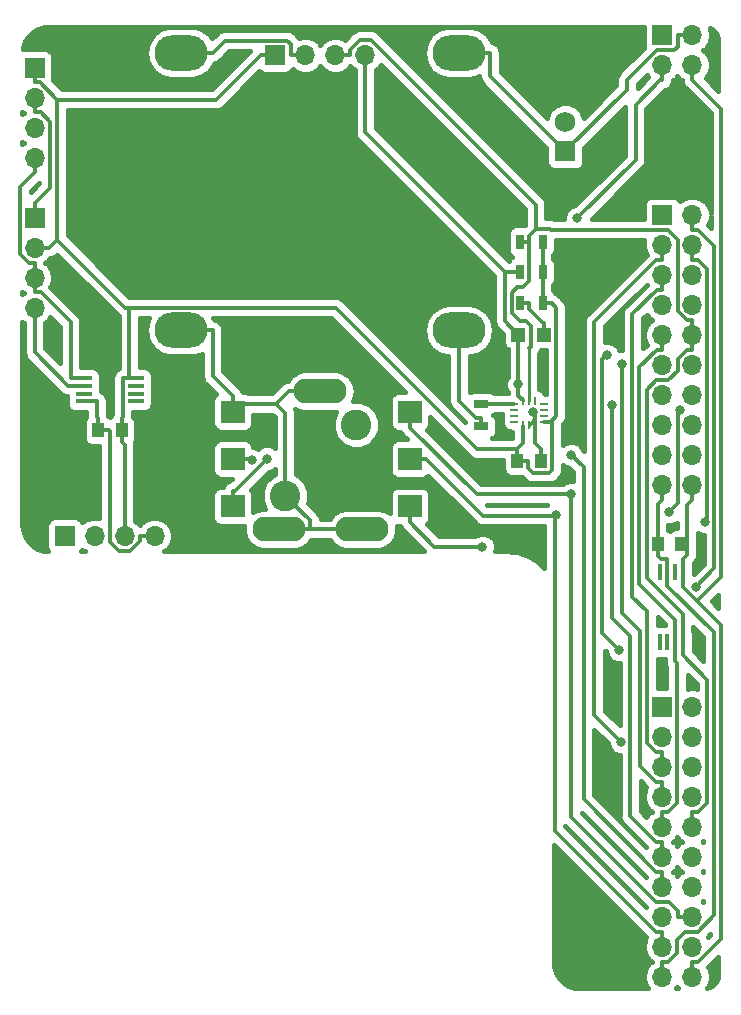
<source format=gbr>
G04 #@! TF.GenerationSoftware,KiCad,Pcbnew,(5.0.0)*
G04 #@! TF.CreationDate,2019-01-20T19:44:52-05:00*
G04 #@! TF.ProjectId,AVR_LCD 2.0,4156525F4C434420322E302E6B696361,rev?*
G04 #@! TF.SameCoordinates,Original*
G04 #@! TF.FileFunction,Copper,L1,Top,Signal*
G04 #@! TF.FilePolarity,Positive*
%FSLAX46Y46*%
G04 Gerber Fmt 4.6, Leading zero omitted, Abs format (unit mm)*
G04 Created by KiCad (PCBNEW (5.0.0)) date 01/20/19 19:44:52*
%MOMM*%
%LPD*%
G01*
G04 APERTURE LIST*
G04 #@! TA.AperFunction,ComponentPad*
%ADD10O,1.700000X1.700000*%
G04 #@! TD*
G04 #@! TA.AperFunction,ComponentPad*
%ADD11R,1.700000X1.700000*%
G04 #@! TD*
G04 #@! TA.AperFunction,SMDPad,CuDef*
%ADD12R,1.000000X1.250000*%
G04 #@! TD*
G04 #@! TA.AperFunction,SMDPad,CuDef*
%ADD13R,1.200000X1.200000*%
G04 #@! TD*
G04 #@! TA.AperFunction,ComponentPad*
%ADD14C,1.750000*%
G04 #@! TD*
G04 #@! TA.AperFunction,ComponentPad*
%ADD15R,1.750000X1.750000*%
G04 #@! TD*
G04 #@! TA.AperFunction,SMDPad,CuDef*
%ADD16R,1.300000X0.700000*%
G04 #@! TD*
G04 #@! TA.AperFunction,SMDPad,CuDef*
%ADD17R,0.700000X1.300000*%
G04 #@! TD*
G04 #@! TA.AperFunction,SMDPad,CuDef*
%ADD18R,0.675000X0.250000*%
G04 #@! TD*
G04 #@! TA.AperFunction,SMDPad,CuDef*
%ADD19R,0.250000X0.675000*%
G04 #@! TD*
G04 #@! TA.AperFunction,ComponentPad*
%ADD20O,4.500000X3.000000*%
G04 #@! TD*
G04 #@! TA.AperFunction,SMDPad,CuDef*
%ADD21R,0.450000X1.450000*%
G04 #@! TD*
G04 #@! TA.AperFunction,ComponentPad*
%ADD22C,2.600000*%
G04 #@! TD*
G04 #@! TA.AperFunction,ComponentPad*
%ADD23O,4.500000X2.100000*%
G04 #@! TD*
G04 #@! TA.AperFunction,SMDPad,CuDef*
%ADD24R,2.000000X1.900000*%
G04 #@! TD*
G04 #@! TA.AperFunction,SMDPad,CuDef*
%ADD25R,1.450000X0.450000*%
G04 #@! TD*
G04 #@! TA.AperFunction,ViaPad*
%ADD26C,0.800000*%
G04 #@! TD*
G04 #@! TA.AperFunction,Conductor*
%ADD27C,0.249800*%
G04 #@! TD*
G04 #@! TA.AperFunction,Conductor*
%ADD28C,0.380000*%
G04 #@! TD*
G04 #@! TA.AperFunction,NonConductor*
%ADD29C,0.400000*%
G04 #@! TD*
G04 APERTURE END LIST*
D10*
G04 #@! TO.P,BreakOut_EXT1,20*
G04 #@! TO.N,VCC*
X113840000Y-134810000D03*
G04 #@! TO.P,BreakOut_EXT1,19*
G04 #@! TO.N,GND*
X111300000Y-134810000D03*
G04 #@! TO.P,BreakOut_EXT1,18*
G04 #@! TO.N,PB7*
X113840000Y-132270000D03*
G04 #@! TO.P,BreakOut_EXT1,17*
G04 #@! TO.N,PB6*
X111300000Y-132270000D03*
G04 #@! TO.P,BreakOut_EXT1,16*
G04 #@! TO.N,PB5*
X113840000Y-129730000D03*
G04 #@! TO.P,BreakOut_EXT1,15*
G04 #@! TO.N,PB4*
X111300000Y-129730000D03*
G04 #@! TO.P,BreakOut_EXT1,14*
G04 #@! TO.N,Net-(BreakOut_EXT1-Pad14)*
X113840000Y-127190000D03*
G04 #@! TO.P,BreakOut_EXT1,13*
G04 #@! TO.N,PD0*
X111300000Y-127190000D03*
G04 #@! TO.P,BreakOut_EXT1,12*
G04 #@! TO.N,Net-(BreakOut_EXT1-Pad12)*
X113840000Y-124650000D03*
G04 #@! TO.P,BreakOut_EXT1,11*
G04 #@! TO.N,Net-(BreakOut_EXT1-Pad11)*
X111300000Y-124650000D03*
G04 #@! TO.P,BreakOut_EXT1,10*
G04 #@! TO.N,PC0*
X113840000Y-122110000D03*
G04 #@! TO.P,BreakOut_EXT1,9*
G04 #@! TO.N,PC1*
X111300000Y-122110000D03*
G04 #@! TO.P,BreakOut_EXT1,8*
G04 #@! TO.N,Net-(BreakOut_EXT1-Pad8)*
X113840000Y-119570000D03*
G04 #@! TO.P,BreakOut_EXT1,7*
G04 #@! TO.N,Net-(BreakOut_EXT1-Pad7)*
X111300000Y-119570000D03*
G04 #@! TO.P,BreakOut_EXT1,6*
G04 #@! TO.N,Net-(BreakOut_EXT1-Pad6)*
X113840000Y-117030000D03*
G04 #@! TO.P,BreakOut_EXT1,5*
G04 #@! TO.N,Net-(BreakOut_EXT1-Pad5)*
X111300000Y-117030000D03*
G04 #@! TO.P,BreakOut_EXT1,4*
G04 #@! TO.N,Net-(BreakOut_EXT1-Pad4)*
X113840000Y-114490000D03*
G04 #@! TO.P,BreakOut_EXT1,3*
G04 #@! TO.N,Net-(BreakOut_EXT1-Pad3)*
X111300000Y-114490000D03*
G04 #@! TO.P,BreakOut_EXT1,2*
G04 #@! TO.N,Net-(BreakOut_EXT1-Pad2)*
X113840000Y-111950000D03*
D11*
G04 #@! TO.P,BreakOut_EXT1,1*
G04 #@! TO.N,Net-(BreakOut_EXT1-Pad1)*
X111300000Y-111950000D03*
G04 #@! TD*
D12*
G04 #@! TO.P,C1,2*
G04 #@! TO.N,GND*
X101034000Y-91149500D03*
G04 #@! TO.P,C1,1*
G04 #@! TO.N,VCC*
X99034000Y-91149500D03*
G04 #@! TD*
G04 #@! TO.P,C2,1*
G04 #@! TO.N,VCC*
X65540000Y-88550000D03*
G04 #@! TO.P,C2,2*
G04 #@! TO.N,GND*
X63540000Y-88550000D03*
G04 #@! TD*
G04 #@! TO.P,C3,2*
G04 #@! TO.N,GND*
X110924000Y-98207000D03*
G04 #@! TO.P,C3,1*
G04 #@! TO.N,VCC*
X112924000Y-98207000D03*
G04 #@! TD*
D13*
G04 #@! TO.P,D1,1*
G04 #@! TO.N,PC1*
X99125000Y-80464000D03*
G04 #@! TO.P,D1,2*
G04 #@! TO.N,Net-(D1-Pad2)*
X101325000Y-80464000D03*
G04 #@! TD*
D10*
G04 #@! TO.P,J1,4*
G04 #@! TO.N,GND*
X68320000Y-97500000D03*
G04 #@! TO.P,J1,3*
G04 #@! TO.N,VCC*
X65780000Y-97500000D03*
G04 #@! TO.P,J1,2*
G04 #@! TO.N,5V*
X63240000Y-97500000D03*
D11*
G04 #@! TO.P,J1,1*
G04 #@! TO.N,5V_IN*
X60700000Y-97500000D03*
G04 #@! TD*
D10*
G04 #@! TO.P,J2,4*
G04 #@! TO.N,PC1*
X58160000Y-65480000D03*
G04 #@! TO.P,J2,3*
G04 #@! TO.N,PC0*
X58160000Y-62940000D03*
G04 #@! TO.P,J2,2*
G04 #@! TO.N,GND*
X58160000Y-60400000D03*
D11*
G04 #@! TO.P,J2,1*
G04 #@! TO.N,VCC*
X58160000Y-57860000D03*
G04 #@! TD*
D10*
G04 #@! TO.P,J3,4*
G04 #@! TO.N,VCC*
X113840000Y-57650000D03*
G04 #@! TO.P,J3,3*
G04 #@! TO.N,5V*
X111300000Y-57650000D03*
G04 #@! TO.P,J3,2*
G04 #@! TO.N,GND*
X113840000Y-55110000D03*
D11*
G04 #@! TO.P,J3,1*
G04 #@! TO.N,5V_IN*
X111300000Y-55110000D03*
G04 #@! TD*
G04 #@! TO.P,J4,1*
G04 #@! TO.N,GND*
X58160000Y-70560000D03*
D10*
G04 #@! TO.P,J4,2*
G04 #@! TO.N,VCC*
X58160000Y-73100000D03*
G04 #@! TO.P,J4,3*
G04 #@! TO.N,PC1*
X58160000Y-75640000D03*
G04 #@! TO.P,J4,4*
G04 #@! TO.N,PC0*
X58160000Y-78180000D03*
G04 #@! TD*
D14*
G04 #@! TO.P,J5,2*
G04 #@! TO.N,VCC*
X103090000Y-62450000D03*
D15*
G04 #@! TO.P,J5,1*
G04 #@! TO.N,GND*
X103090000Y-64950000D03*
G04 #@! TD*
D16*
G04 #@! TO.P,R1,1*
G04 #@! TO.N,Net-(R1-Pad1)*
X95970500Y-86323500D03*
G04 #@! TO.P,R1,2*
G04 #@! TO.N,GND*
X95970500Y-88223500D03*
G04 #@! TD*
D17*
G04 #@! TO.P,R2,2*
G04 #@! TO.N,PC0*
X99293000Y-72590000D03*
G04 #@! TO.P,R2,1*
G04 #@! TO.N,VCC*
X101193000Y-72590000D03*
G04 #@! TD*
G04 #@! TO.P,R3,1*
G04 #@! TO.N,VCC*
X101193000Y-75130000D03*
G04 #@! TO.P,R3,2*
G04 #@! TO.N,PC1*
X99293000Y-75130000D03*
G04 #@! TD*
G04 #@! TO.P,R4,2*
G04 #@! TO.N,Net-(D1-Pad2)*
X99293000Y-77797000D03*
G04 #@! TO.P,R4,1*
G04 #@! TO.N,VCC*
X101193000Y-77797000D03*
G04 #@! TD*
D18*
G04 #@! TO.P,U1,11*
G04 #@! TO.N,N/C*
X101304500Y-86323500D03*
G04 #@! TO.P,U1,10*
X101304500Y-86823500D03*
G04 #@! TO.P,U1,9*
X101304500Y-87323500D03*
G04 #@! TO.P,U1,8*
G04 #@! TO.N,VCC*
X101304500Y-87823500D03*
G04 #@! TO.P,U1,4*
G04 #@! TO.N,N/C*
X98779500Y-87823500D03*
G04 #@! TO.P,U1,3*
X98779500Y-87323500D03*
G04 #@! TO.P,U1,2*
X98779500Y-86823500D03*
G04 #@! TO.P,U1,1*
G04 #@! TO.N,Net-(R1-Pad1)*
X98779500Y-86323500D03*
D19*
G04 #@! TO.P,U1,7*
G04 #@! TO.N,GND*
X100542000Y-88086000D03*
G04 #@! TO.P,U1,6*
X100042000Y-88086000D03*
G04 #@! TO.P,U1,5*
G04 #@! TO.N,VCC*
X99542000Y-88086000D03*
G04 #@! TO.P,U1,12*
G04 #@! TO.N,N/C*
X100542000Y-86061000D03*
G04 #@! TO.P,U1,14*
G04 #@! TO.N,PC1*
X99542000Y-86061000D03*
G04 #@! TO.P,U1,13*
G04 #@! TO.N,PC0*
X100042000Y-86061000D03*
G04 #@! TD*
D10*
G04 #@! TO.P,U2,4*
G04 #@! TO.N,PC1*
X86160000Y-56800000D03*
G04 #@! TO.P,U2,3*
G04 #@! TO.N,PC0*
X83620000Y-56800000D03*
G04 #@! TO.P,U2,2*
G04 #@! TO.N,GND*
X81080000Y-56800000D03*
D11*
G04 #@! TO.P,U2,1*
G04 #@! TO.N,VCC*
X78540000Y-56800000D03*
D20*
G04 #@! TO.P,U2,5*
G04 #@! TO.N,GND*
X94090000Y-56600000D03*
X70590000Y-56600000D03*
X94090000Y-80100000D03*
X70590000Y-80100000D03*
G04 #@! TD*
D21*
G04 #@! TO.P,U4,8*
G04 #@! TO.N,PC0*
X113042000Y-106491000D03*
G04 #@! TO.P,U4,7*
G04 #@! TO.N,PC1*
X112392000Y-106491000D03*
G04 #@! TO.P,U4,6*
G04 #@! TO.N,N/C*
X111742000Y-106491000D03*
G04 #@! TO.P,U4,5*
X111092000Y-106491000D03*
G04 #@! TO.P,U4,4*
X111092000Y-100591000D03*
G04 #@! TO.P,U4,3*
G04 #@! TO.N,GND*
X111742000Y-100591000D03*
G04 #@! TO.P,U4,2*
G04 #@! TO.N,N/C*
X112392000Y-100591000D03*
G04 #@! TO.P,U4,1*
G04 #@! TO.N,VCC*
X113042000Y-100591000D03*
G04 #@! TD*
D22*
G04 #@! TO.P,U5,7*
G04 #@! TO.N,GND*
X85390000Y-88100000D03*
X79390000Y-94100000D03*
D23*
X82340000Y-85250000D03*
X85890000Y-96950000D03*
X78840000Y-96950000D03*
D24*
G04 #@! TO.P,U5,6*
G04 #@! TO.N,PB7*
X89940000Y-95000000D03*
G04 #@! TO.P,U5,5*
G04 #@! TO.N,PB6*
X89940000Y-91000000D03*
G04 #@! TO.P,U5,4*
G04 #@! TO.N,PB5*
X89940000Y-87000000D03*
G04 #@! TO.P,U5,2*
G04 #@! TO.N,PB4*
X74940000Y-91000000D03*
G04 #@! TO.P,U5,3*
G04 #@! TO.N,PD0*
X74940000Y-95000000D03*
G04 #@! TO.P,U5,1*
G04 #@! TO.N,GND*
X74940000Y-87000000D03*
G04 #@! TD*
D11*
G04 #@! TO.P,X-Plained_EXT1,1*
G04 #@! TO.N,Net-(BreakOut_EXT1-Pad1)*
X111300000Y-70340000D03*
D10*
G04 #@! TO.P,X-Plained_EXT1,2*
G04 #@! TO.N,Net-(BreakOut_EXT1-Pad2)*
X113840000Y-70340000D03*
G04 #@! TO.P,X-Plained_EXT1,3*
G04 #@! TO.N,Net-(BreakOut_EXT1-Pad3)*
X111300000Y-72880000D03*
G04 #@! TO.P,X-Plained_EXT1,4*
G04 #@! TO.N,Net-(BreakOut_EXT1-Pad4)*
X113840000Y-72880000D03*
G04 #@! TO.P,X-Plained_EXT1,5*
G04 #@! TO.N,Net-(BreakOut_EXT1-Pad5)*
X111300000Y-75420000D03*
G04 #@! TO.P,X-Plained_EXT1,6*
G04 #@! TO.N,Net-(BreakOut_EXT1-Pad6)*
X113840000Y-75420000D03*
G04 #@! TO.P,X-Plained_EXT1,7*
G04 #@! TO.N,Net-(BreakOut_EXT1-Pad7)*
X111300000Y-77960000D03*
G04 #@! TO.P,X-Plained_EXT1,8*
G04 #@! TO.N,Net-(BreakOut_EXT1-Pad8)*
X113840000Y-77960000D03*
G04 #@! TO.P,X-Plained_EXT1,9*
G04 #@! TO.N,PC1*
X111300000Y-80500000D03*
G04 #@! TO.P,X-Plained_EXT1,10*
G04 #@! TO.N,PC0*
X113840000Y-80500000D03*
G04 #@! TO.P,X-Plained_EXT1,11*
G04 #@! TO.N,Net-(BreakOut_EXT1-Pad11)*
X111300000Y-83040000D03*
G04 #@! TO.P,X-Plained_EXT1,12*
G04 #@! TO.N,Net-(BreakOut_EXT1-Pad12)*
X113840000Y-83040000D03*
G04 #@! TO.P,X-Plained_EXT1,13*
G04 #@! TO.N,PD0*
X111300000Y-85580000D03*
G04 #@! TO.P,X-Plained_EXT1,14*
G04 #@! TO.N,Net-(BreakOut_EXT1-Pad14)*
X113840000Y-85580000D03*
G04 #@! TO.P,X-Plained_EXT1,15*
G04 #@! TO.N,PB4*
X111300000Y-88120000D03*
G04 #@! TO.P,X-Plained_EXT1,16*
G04 #@! TO.N,PB5*
X113840000Y-88120000D03*
G04 #@! TO.P,X-Plained_EXT1,17*
G04 #@! TO.N,PB6*
X111300000Y-90660000D03*
G04 #@! TO.P,X-Plained_EXT1,18*
G04 #@! TO.N,PB7*
X113840000Y-90660000D03*
G04 #@! TO.P,X-Plained_EXT1,19*
G04 #@! TO.N,GND*
X111300000Y-93200000D03*
G04 #@! TO.P,X-Plained_EXT1,20*
G04 #@! TO.N,VCC*
X113840000Y-93200000D03*
G04 #@! TD*
D25*
G04 #@! TO.P,U3,8*
G04 #@! TO.N,VCC*
X66729000Y-84147000D03*
G04 #@! TO.P,U3,7*
G04 #@! TO.N,N/C*
X66729000Y-84797000D03*
G04 #@! TO.P,U3,6*
X66729000Y-85447000D03*
G04 #@! TO.P,U3,5*
X66729000Y-86097000D03*
G04 #@! TO.P,U3,4*
G04 #@! TO.N,GND*
X62329000Y-86097000D03*
G04 #@! TO.P,U3,3*
G04 #@! TO.N,N/C*
X62329000Y-85447000D03*
G04 #@! TO.P,U3,2*
G04 #@! TO.N,PC0*
X62329000Y-84797000D03*
G04 #@! TO.P,U3,1*
G04 #@! TO.N,PC1*
X62329000Y-84147000D03*
G04 #@! TD*
D26*
G04 #@! TO.N,GND*
X100317000Y-87048500D03*
G04 #@! TO.N,PB7*
X96074900Y-98407200D03*
G04 #@! TO.N,PB6*
X102277700Y-95702800D03*
G04 #@! TO.N,PB5*
X103606600Y-93974900D03*
G04 #@! TO.N,PB4*
X76549800Y-91103000D03*
G04 #@! TO.N,Net-(BreakOut_EXT1-Pad14)*
X111891000Y-95447500D03*
X112834000Y-86850000D03*
G04 #@! TO.N,PD0*
X77838100Y-90951400D03*
X103599900Y-90668700D03*
G04 #@! TO.N,Net-(BreakOut_EXT1-Pad11)*
X107002500Y-86443200D03*
G04 #@! TO.N,PC1*
X99115100Y-84679700D03*
G04 #@! TO.N,Net-(BreakOut_EXT1-Pad7)*
X107868500Y-82903400D03*
G04 #@! TO.N,Net-(BreakOut_EXT1-Pad4)*
X114886600Y-96281600D03*
G04 #@! TO.N,Net-(BreakOut_EXT1-Pad3)*
X107788400Y-114909000D03*
G04 #@! TO.N,Net-(BreakOut_EXT1-Pad2)*
X114129900Y-101813900D03*
G04 #@! TO.N,Net-(BreakOut_EXT1-Pad1)*
X107628700Y-107119400D03*
X106606600Y-82150500D03*
G04 #@! TO.N,5V*
X104097500Y-70623700D03*
G04 #@! TD*
D27*
G04 #@! TO.N,VCC*
X101319900Y-87838900D02*
X101304500Y-87823500D01*
D28*
X101861800Y-87838900D02*
X101319900Y-87838900D01*
X101933300Y-77797000D02*
X102343900Y-78207600D01*
X102343900Y-78207600D02*
X102343900Y-87356800D01*
X102343900Y-87356800D02*
X101861800Y-87838900D01*
X101861800Y-87838900D02*
X101981500Y-87958600D01*
X101981500Y-87958600D02*
X101981500Y-91921500D01*
X101981500Y-91921500D02*
X101738100Y-92164900D01*
X101738100Y-92164900D02*
X100355500Y-92164900D01*
X100355500Y-92164900D02*
X99924300Y-91733700D01*
X99924300Y-91733700D02*
X99924300Y-91149500D01*
X78540000Y-56800000D02*
X77299700Y-56800000D01*
X60080700Y-60555900D02*
X58625100Y-59100300D01*
X58625100Y-59100300D02*
X58160000Y-59100300D01*
X60080700Y-72419600D02*
X60080700Y-60555900D01*
X77299700Y-56800000D02*
X73543800Y-60555900D01*
X73543800Y-60555900D02*
X60080700Y-60555900D01*
X59255200Y-73100000D02*
X59400300Y-73100000D01*
X59400300Y-73100000D02*
X60080700Y-72419600D01*
X60080700Y-72419600D02*
X65823700Y-78162600D01*
X65823700Y-78162600D02*
X66171400Y-78162600D01*
X58160000Y-57860000D02*
X58160000Y-59100300D01*
X58160000Y-73100000D02*
X59255200Y-73100000D01*
X66171400Y-78162600D02*
X66171400Y-84147000D01*
X66171400Y-78162600D02*
X83640900Y-78162600D01*
X83640900Y-78162600D02*
X95612500Y-90134200D01*
X95612500Y-90134200D02*
X99034000Y-90134200D01*
X101193000Y-77797000D02*
X101933300Y-77797000D01*
X66171400Y-84147000D02*
X65613700Y-84147000D01*
X66729000Y-84147000D02*
X66171400Y-84147000D01*
X113840000Y-93200000D02*
X113840000Y-94440300D01*
X113417900Y-98207000D02*
X113417900Y-94862400D01*
X113417900Y-94862400D02*
X113840000Y-94440300D01*
X113042000Y-99475700D02*
X113417900Y-99099800D01*
X113417900Y-99099800D02*
X113417900Y-98207000D01*
X113042000Y-100591000D02*
X113042000Y-99475700D01*
X113042000Y-101077300D02*
X113042000Y-100591000D01*
X112924000Y-98207000D02*
X113417900Y-98207000D01*
X99034000Y-91149500D02*
X99034000Y-90134200D01*
X99034000Y-91149500D02*
X99924300Y-91149500D01*
X99507400Y-88168600D02*
X99507400Y-89660800D01*
X99507400Y-89660800D02*
X99034000Y-90134200D01*
D27*
X99507400Y-88168600D02*
X99542000Y-88134000D01*
X99542000Y-88134000D02*
X99542000Y-88086000D01*
D28*
X101193000Y-75130000D02*
X101193000Y-77797000D01*
X114241800Y-103027200D02*
X116296800Y-100972200D01*
X116296800Y-100972200D02*
X116296800Y-61347100D01*
X116296800Y-61347100D02*
X113840000Y-58890300D01*
X113042000Y-101706300D02*
X113042000Y-101843600D01*
X113042000Y-101843600D02*
X114225600Y-103027200D01*
X114225600Y-103027200D02*
X114241800Y-103027200D01*
X113042000Y-101077300D02*
X113042000Y-101706300D01*
X114241800Y-103027200D02*
X116269700Y-105055100D01*
X116269700Y-105055100D02*
X116269700Y-131654000D01*
X116269700Y-131654000D02*
X114354000Y-133569700D01*
X114354000Y-133569700D02*
X113840000Y-133569700D01*
X113840000Y-57650000D02*
X113840000Y-58890300D01*
X113840000Y-134810000D02*
X113840000Y-133569700D01*
X101193000Y-72590000D02*
X101193000Y-75130000D01*
X65540000Y-88550000D02*
X65540000Y-87534700D01*
X65613700Y-84147000D02*
X65613700Y-87461000D01*
X65613700Y-87461000D02*
X65540000Y-87534700D01*
X65540000Y-88550000D02*
X65540000Y-89565300D01*
X65780000Y-97500000D02*
X65780000Y-89805300D01*
X65780000Y-89805300D02*
X65540000Y-89565300D01*
G04 #@! TO.N,GND*
X58160000Y-60400000D02*
X58160000Y-61640300D01*
X58160000Y-70560000D02*
X58160000Y-69319700D01*
X58160000Y-69319700D02*
X59459600Y-68020100D01*
X59459600Y-68020100D02*
X59459600Y-62425900D01*
X59459600Y-62425900D02*
X58674000Y-61640300D01*
X58674000Y-61640300D02*
X58160000Y-61640300D01*
X94090000Y-56600000D02*
X96730300Y-56600000D01*
X96730300Y-56600000D02*
X96730300Y-58590300D01*
X96730300Y-58590300D02*
X103090000Y-64950000D01*
X78619900Y-86329800D02*
X79390000Y-87099900D01*
X79390000Y-87099900D02*
X79390000Y-94100000D01*
X78619900Y-86329800D02*
X79699700Y-85250000D01*
X74940000Y-86329800D02*
X78619900Y-86329800D01*
X82340000Y-85250000D02*
X79699700Y-85250000D01*
X74940000Y-86329800D02*
X74940000Y-85659700D01*
X74940000Y-87000000D02*
X74940000Y-86329800D01*
X81480300Y-96950000D02*
X81480300Y-96190300D01*
X81480300Y-96190300D02*
X79390000Y-94100000D01*
X95970500Y-88223500D02*
X95970500Y-87483200D01*
X94090000Y-80100000D02*
X94090000Y-86065400D01*
X94090000Y-86065400D02*
X95507800Y-87483200D01*
X95507800Y-87483200D02*
X95970500Y-87483200D01*
D27*
X100405900Y-87722100D02*
X100042000Y-88086000D01*
D28*
X100542000Y-87722100D02*
X100542000Y-87358200D01*
X100542000Y-88086000D02*
X100542000Y-87722100D01*
X100542000Y-87722100D02*
X100405900Y-87722100D01*
X100317000Y-87048500D02*
X100317000Y-87133200D01*
X100317000Y-87133200D02*
X100542000Y-87358200D01*
X85890000Y-96950000D02*
X81480300Y-96950000D01*
X78840000Y-96950000D02*
X81480300Y-96950000D01*
X111300000Y-134810000D02*
X111300000Y-133569700D01*
X111742000Y-100591000D02*
X111742000Y-101706300D01*
X111742000Y-101706300D02*
X115689300Y-105653600D01*
X115689300Y-105653600D02*
X115689300Y-129637100D01*
X115689300Y-129637100D02*
X114296800Y-131029600D01*
X114296800Y-131029600D02*
X113249800Y-131029600D01*
X113249800Y-131029600D02*
X112570000Y-131709400D01*
X112570000Y-131709400D02*
X112570000Y-132813700D01*
X112570000Y-132813700D02*
X111814000Y-133569700D01*
X111814000Y-133569700D02*
X111300000Y-133569700D01*
X111742000Y-100033300D02*
X111742000Y-100591000D01*
X111742000Y-100033300D02*
X111742000Y-99475700D01*
X101034000Y-91149500D02*
X101034000Y-90134200D01*
X101034000Y-90134200D02*
X100542000Y-89642200D01*
X100542000Y-89642200D02*
X100542000Y-88086000D01*
X113840000Y-55110000D02*
X112599700Y-55110000D01*
X103090000Y-64950000D02*
X108318000Y-59722000D01*
X108318000Y-59722000D02*
X108318000Y-58868200D01*
X108318000Y-58868200D02*
X110835800Y-56350400D01*
X110835800Y-56350400D02*
X112327200Y-56350400D01*
X112327200Y-56350400D02*
X112599700Y-56077900D01*
X112599700Y-56077900D02*
X112599700Y-55110000D01*
X70590000Y-80100000D02*
X73230300Y-80100000D01*
X73230300Y-80100000D02*
X73230300Y-83950000D01*
X73230300Y-83950000D02*
X74940000Y-85659700D01*
X81080000Y-56800000D02*
X79839700Y-56800000D01*
X70590000Y-56600000D02*
X73230300Y-56600000D01*
X73230300Y-56600000D02*
X74270700Y-55559600D01*
X74270700Y-55559600D02*
X79567200Y-55559600D01*
X79567200Y-55559600D02*
X79839700Y-55832100D01*
X79839700Y-55832100D02*
X79839700Y-56800000D01*
X110924000Y-98207000D02*
X110924000Y-97191700D01*
X111300000Y-94440300D02*
X110924000Y-94816300D01*
X110924000Y-94816300D02*
X110924000Y-97191700D01*
X63540000Y-88550000D02*
X64430300Y-88550000D01*
X68320000Y-97500000D02*
X67079700Y-97500000D01*
X67079700Y-97500000D02*
X67079700Y-97965100D01*
X67079700Y-97965100D02*
X66243600Y-98801200D01*
X66243600Y-98801200D02*
X65267600Y-98801200D01*
X65267600Y-98801200D02*
X64510000Y-98043600D01*
X64510000Y-98043600D02*
X64510000Y-88629700D01*
X64510000Y-88629700D02*
X64430300Y-88550000D01*
X110924000Y-98207000D02*
X110924000Y-99222300D01*
X111742000Y-99475700D02*
X111177400Y-99475700D01*
X111177400Y-99475700D02*
X110924000Y-99222300D01*
X111300000Y-93200000D02*
X111300000Y-94440300D01*
X63540000Y-88550000D02*
X63540000Y-87534700D01*
X62329000Y-86097000D02*
X63444300Y-86097000D01*
X63444300Y-86097000D02*
X63444300Y-87439000D01*
X63444300Y-87439000D02*
X63540000Y-87534700D01*
G04 #@! TO.N,PB7*
X89940000Y-95000000D02*
X89940000Y-96340300D01*
X96074900Y-98407200D02*
X92006900Y-98407200D01*
X92006900Y-98407200D02*
X89940000Y-96340300D01*
G04 #@! TO.N,PB6*
X102189400Y-95791100D02*
X102189400Y-122450900D01*
X102189400Y-122450900D02*
X110768200Y-131029700D01*
X110768200Y-131029700D02*
X111300000Y-131029700D01*
X102277700Y-95702800D02*
X102189400Y-95791100D01*
X91330300Y-91000000D02*
X96121400Y-95791100D01*
X96121400Y-95791100D02*
X102189400Y-95791100D01*
X111300000Y-132270000D02*
X111300000Y-131029700D01*
X89940000Y-91000000D02*
X91330300Y-91000000D01*
G04 #@! TO.N,PB5*
X103606600Y-93974900D02*
X103606600Y-121322000D01*
X103606600Y-121322000D02*
X110744600Y-128460000D01*
X110744600Y-128460000D02*
X111843700Y-128460000D01*
X111843700Y-128460000D02*
X112599700Y-129216000D01*
X112599700Y-129216000D02*
X112599700Y-129730000D01*
X113840000Y-129730000D02*
X112599700Y-129730000D01*
X103606600Y-93974900D02*
X95574600Y-93974900D01*
X95574600Y-93974900D02*
X89940000Y-88340300D01*
X89940000Y-87000000D02*
X89940000Y-88340300D01*
G04 #@! TO.N,PB4*
X74940000Y-91000000D02*
X76330300Y-91000000D01*
X76549800Y-91103000D02*
X76433300Y-91103000D01*
X76433300Y-91103000D02*
X76330300Y-91000000D01*
G04 #@! TO.N,Net-(BreakOut_EXT1-Pad14)*
X112834000Y-86850000D02*
X112599600Y-87084400D01*
X112599600Y-87084400D02*
X112599600Y-94738900D01*
X112599600Y-94738900D02*
X111891000Y-95447500D01*
G04 #@! TO.N,PD0*
X74940000Y-95000000D02*
X74940000Y-93659700D01*
X77838100Y-90951400D02*
X75129800Y-93659700D01*
X75129800Y-93659700D02*
X74940000Y-93659700D01*
X111300000Y-127190000D02*
X111300000Y-125949700D01*
X103599900Y-90668700D02*
X104637800Y-91706600D01*
X104637800Y-91706600D02*
X104637800Y-119801500D01*
X104637800Y-119801500D02*
X110786000Y-125949700D01*
X110786000Y-125949700D02*
X111300000Y-125949700D01*
G04 #@! TO.N,Net-(BreakOut_EXT1-Pad11)*
X111300000Y-124650000D02*
X111300000Y-123409700D01*
X107002500Y-86443200D02*
X107002500Y-104424300D01*
X107002500Y-104424300D02*
X108578700Y-106000500D01*
X108578700Y-106000500D02*
X108578700Y-121202400D01*
X108578700Y-121202400D02*
X110786000Y-123409700D01*
X110786000Y-123409700D02*
X111300000Y-123409700D01*
G04 #@! TO.N,PC0*
X100598600Y-71511700D02*
X100033300Y-72077000D01*
X100033300Y-72077000D02*
X100033300Y-72590000D01*
X113840000Y-79259700D02*
X113374800Y-79259700D01*
X113374800Y-79259700D02*
X112599700Y-78484600D01*
X112599700Y-78484600D02*
X112599700Y-72408400D01*
X112599700Y-72408400D02*
X111771700Y-71580400D01*
X111771700Y-71580400D02*
X101873600Y-71580400D01*
X101873600Y-71580400D02*
X101804900Y-71511700D01*
X101804900Y-71511700D02*
X100598600Y-71511700D01*
X84860300Y-56800000D02*
X84860300Y-56334900D01*
X84860300Y-56334900D02*
X85679000Y-55516200D01*
X85679000Y-55516200D02*
X86638800Y-55516200D01*
X86638800Y-55516200D02*
X100598600Y-69476000D01*
X100598600Y-69476000D02*
X100598600Y-71511700D01*
X83620000Y-56800000D02*
X84860300Y-56800000D01*
X113840000Y-80500000D02*
X113840000Y-79259700D01*
X113840000Y-80500000D02*
X113840000Y-81740300D01*
X113840000Y-81740300D02*
X113374800Y-81740300D01*
X113374800Y-81740300D02*
X112599700Y-82515400D01*
X112599700Y-82515400D02*
X112599700Y-83522500D01*
X112599700Y-83522500D02*
X111812200Y-84310000D01*
X111812200Y-84310000D02*
X110811700Y-84310000D01*
X110811700Y-84310000D02*
X109985100Y-85136600D01*
X109985100Y-85136600D02*
X109985100Y-101041300D01*
X109985100Y-101041300D02*
X113042000Y-104098200D01*
X113042000Y-104098200D02*
X113042000Y-106491000D01*
D27*
X100042000Y-81623300D02*
X100042000Y-86061000D01*
D28*
X100033300Y-72590000D02*
X100033300Y-75941700D01*
X100033300Y-75941700D02*
X99511500Y-76463500D01*
X99511500Y-76463500D02*
X99032000Y-76463500D01*
X99032000Y-76463500D02*
X98552700Y-76942800D01*
X98552700Y-76942800D02*
X98552700Y-78608700D01*
X98552700Y-78608700D02*
X99227300Y-79283300D01*
X99227300Y-79283300D02*
X99726200Y-79283300D01*
X99726200Y-79283300D02*
X100169600Y-79726700D01*
X100169600Y-79726700D02*
X100169600Y-81495700D01*
X100169600Y-81495700D02*
X100042000Y-81623300D01*
X99293000Y-72590000D02*
X100033300Y-72590000D01*
X113042000Y-106491000D02*
X113042000Y-107606300D01*
X113042000Y-107606300D02*
X115108900Y-109673200D01*
X115108900Y-109673200D02*
X115108900Y-120114800D01*
X115108900Y-120114800D02*
X114354000Y-120869700D01*
X114354000Y-120869700D02*
X113840000Y-120869700D01*
X113840000Y-122110000D02*
X113840000Y-120869700D01*
X58160000Y-78180000D02*
X58160000Y-81959800D01*
X58160000Y-81959800D02*
X60997200Y-84797000D01*
X60997200Y-84797000D02*
X62329000Y-84797000D01*
G04 #@! TO.N,PC1*
X111300000Y-80500000D02*
X111300000Y-81740300D01*
X111300000Y-81740300D02*
X110834900Y-81740300D01*
X110834900Y-81740300D02*
X109356200Y-83219000D01*
X109356200Y-83219000D02*
X109356200Y-101574500D01*
X109356200Y-101574500D02*
X112392000Y-104610300D01*
X112392000Y-104610300D02*
X112392000Y-106491000D01*
X97952000Y-75130000D02*
X98552700Y-75130000D01*
X86160000Y-56800000D02*
X86160000Y-63338000D01*
X86160000Y-63338000D02*
X97952000Y-75130000D01*
X97952000Y-75130000D02*
X97952000Y-79291000D01*
X97952000Y-79291000D02*
X99125000Y-80464000D01*
X99125000Y-80464000D02*
X99125000Y-81454300D01*
X99115100Y-84679700D02*
X99115100Y-81464200D01*
X99115100Y-81464200D02*
X99125000Y-81454300D01*
X99507400Y-86026400D02*
X99115100Y-85634100D01*
X99115100Y-85634100D02*
X99115100Y-84679700D01*
X99293000Y-75130000D02*
X98552700Y-75130000D01*
D27*
X99507400Y-86026400D02*
X99542000Y-86061000D01*
D28*
X111300000Y-120869700D02*
X111765200Y-120869700D01*
X111765200Y-120869700D02*
X112540300Y-120094600D01*
X112540300Y-120094600D02*
X112540300Y-108239300D01*
X112540300Y-108239300D02*
X112392000Y-108091000D01*
X112392000Y-108091000D02*
X112392000Y-106491000D01*
X58160000Y-75640000D02*
X58160000Y-74399700D01*
X58160000Y-65480000D02*
X58160000Y-66720300D01*
X58160000Y-66720300D02*
X56913100Y-67967200D01*
X56913100Y-67967200D02*
X56913100Y-73666800D01*
X56913100Y-73666800D02*
X57646000Y-74399700D01*
X57646000Y-74399700D02*
X58160000Y-74399700D01*
X58160000Y-75640000D02*
X58160000Y-76880300D01*
X62329000Y-84147000D02*
X61213700Y-84147000D01*
X61213700Y-84147000D02*
X61213700Y-79420000D01*
X61213700Y-79420000D02*
X58674000Y-76880300D01*
X58674000Y-76880300D02*
X58160000Y-76880300D01*
X111300000Y-122110000D02*
X111300000Y-120869700D01*
G04 #@! TO.N,Net-(BreakOut_EXT1-Pad7)*
X111300000Y-119570000D02*
X111300000Y-118329700D01*
X107868500Y-82903400D02*
X107868500Y-104027400D01*
X107868500Y-104027400D02*
X109404100Y-105563000D01*
X109404100Y-105563000D02*
X109404100Y-116947800D01*
X109404100Y-116947800D02*
X110786000Y-118329700D01*
X110786000Y-118329700D02*
X111300000Y-118329700D01*
G04 #@! TO.N,Net-(BreakOut_EXT1-Pad5)*
X111300000Y-117030000D02*
X111300000Y-115789700D01*
X111300000Y-75420000D02*
X111300000Y-76660300D01*
X111300000Y-76660300D02*
X110834900Y-76660300D01*
X110834900Y-76660300D02*
X108775800Y-78719400D01*
X108775800Y-78719400D02*
X108775800Y-102674100D01*
X108775800Y-102674100D02*
X110000400Y-103898700D01*
X110000400Y-103898700D02*
X110000400Y-115004100D01*
X110000400Y-115004100D02*
X110786000Y-115789700D01*
X110786000Y-115789700D02*
X111300000Y-115789700D01*
G04 #@! TO.N,Net-(BreakOut_EXT1-Pad4)*
X113840000Y-74120300D02*
X114305100Y-74120300D01*
X114305100Y-74120300D02*
X115110000Y-74925200D01*
X115110000Y-74925200D02*
X115110000Y-96058200D01*
X115110000Y-96058200D02*
X114886600Y-96281600D01*
X113840000Y-72880000D02*
X113840000Y-74120300D01*
G04 #@! TO.N,Net-(BreakOut_EXT1-Pad3)*
X111300000Y-74120300D02*
X110811000Y-74120300D01*
X110811000Y-74120300D02*
X105554700Y-79376600D01*
X105554700Y-79376600D02*
X105554700Y-112675300D01*
X105554700Y-112675300D02*
X107788400Y-114909000D01*
X111300000Y-72880000D02*
X111300000Y-74120300D01*
G04 #@! TO.N,Net-(BreakOut_EXT1-Pad2)*
X114129900Y-101813900D02*
X115690400Y-100253400D01*
X115690400Y-100253400D02*
X115690400Y-72965600D01*
X115690400Y-72965600D02*
X114305100Y-71580300D01*
X114305100Y-71580300D02*
X113840000Y-71580300D01*
X113840000Y-70340000D02*
X113840000Y-71580300D01*
G04 #@! TO.N,Net-(BreakOut_EXT1-Pad1)*
X106606600Y-82150500D02*
X106194000Y-82563100D01*
X106194000Y-82563100D02*
X106194000Y-105684700D01*
X106194000Y-105684700D02*
X107628700Y-107119400D01*
G04 #@! TO.N,Net-(D1-Pad2)*
X101325000Y-80464000D02*
X101325000Y-79473700D01*
X99293000Y-77797000D02*
X100033300Y-77797000D01*
X100033300Y-77797000D02*
X100033300Y-78270800D01*
X100033300Y-78270800D02*
X101236200Y-79473700D01*
X101236200Y-79473700D02*
X101325000Y-79473700D01*
G04 #@! TO.N,5V*
X111300000Y-57650000D02*
X111300000Y-58890300D01*
X111300000Y-58890300D02*
X111145000Y-58890300D01*
X111145000Y-58890300D02*
X109049600Y-60985700D01*
X109049600Y-60985700D02*
X109049600Y-65671600D01*
X109049600Y-65671600D02*
X104097500Y-70623700D01*
G04 #@! TO.N,Net-(R1-Pad1)*
X95970500Y-86323500D02*
X97010800Y-86323500D01*
D27*
X98764100Y-86308100D02*
X98779500Y-86323500D01*
D28*
X97010800Y-86323500D02*
X97026200Y-86308100D01*
X97026200Y-86308100D02*
X98764100Y-86308100D01*
G04 #@! TD*
D29*
G36*
X109951854Y-131483317D02*
X109832396Y-131662099D01*
X109711477Y-132270000D01*
X109832396Y-132877901D01*
X110176745Y-133393255D01*
X110391025Y-133536433D01*
X110389389Y-133544661D01*
X110176745Y-133686745D01*
X109832396Y-134202099D01*
X109711477Y-134810000D01*
X109832396Y-135417901D01*
X110099066Y-135817000D01*
X104385489Y-135817000D01*
X103831202Y-135752377D01*
X103349693Y-135577597D01*
X102921307Y-135296735D01*
X102569027Y-134924860D01*
X102311740Y-134481909D01*
X102160151Y-133981400D01*
X102123000Y-133565131D01*
X102123000Y-123654463D01*
X109951854Y-131483317D01*
X109951854Y-131483317D01*
G37*
X109951854Y-131483317D02*
X109832396Y-131662099D01*
X109711477Y-132270000D01*
X109832396Y-132877901D01*
X110176745Y-133393255D01*
X110391025Y-133536433D01*
X110389389Y-133544661D01*
X110176745Y-133686745D01*
X109832396Y-134202099D01*
X109711477Y-134810000D01*
X109832396Y-135417901D01*
X110099066Y-135817000D01*
X104385489Y-135817000D01*
X103831202Y-135752377D01*
X103349693Y-135577597D01*
X102921307Y-135296735D01*
X102569027Y-134924860D01*
X102311740Y-134481909D01*
X102160151Y-133981400D01*
X102123000Y-133565131D01*
X102123000Y-123654463D01*
X109951854Y-131483317D01*
G36*
X112639066Y-135817000D02*
X112500934Y-135817000D01*
X112570000Y-135713636D01*
X112639066Y-135817000D01*
X112639066Y-135817000D01*
G37*
X112639066Y-135817000D02*
X112500934Y-135817000D01*
X112570000Y-135713636D01*
X112639066Y-135817000D01*
G36*
X116057000Y-134544217D02*
X116000416Y-134939330D01*
X115858535Y-135251379D01*
X115634773Y-135511068D01*
X115347122Y-135697513D01*
X115064246Y-135782111D01*
X115307604Y-135417901D01*
X115428523Y-134810000D01*
X115307604Y-134202099D01*
X115181016Y-134012647D01*
X116057000Y-133136664D01*
X116057000Y-134544217D01*
X116057000Y-134544217D01*
G37*
X116057000Y-134544217D02*
X116000416Y-134939330D01*
X115858535Y-135251379D01*
X115634773Y-135511068D01*
X115347122Y-135697513D01*
X115064246Y-135782111D01*
X115307604Y-135417901D01*
X115428523Y-134810000D01*
X115307604Y-134202099D01*
X115181016Y-134012647D01*
X116057000Y-133136664D01*
X116057000Y-134544217D01*
G36*
X115371701Y-131282035D02*
X115181045Y-131472691D01*
X115158065Y-131438298D01*
X115371701Y-131224662D01*
X115371701Y-131282035D01*
X115371701Y-131282035D01*
G37*
X115371701Y-131282035D02*
X115181045Y-131472691D01*
X115158065Y-131438298D01*
X115371701Y-131224662D01*
X115371701Y-131282035D01*
G36*
X109954298Y-128939661D02*
X109951825Y-128943362D01*
X103087400Y-122078937D01*
X103087400Y-122072763D01*
X109954298Y-128939661D01*
X109954298Y-128939661D01*
G37*
X109954298Y-128939661D02*
X109951825Y-128943362D01*
X103087400Y-122078937D01*
X103087400Y-122072763D01*
X109954298Y-128939661D01*
G36*
X114791301Y-128491849D02*
X114743636Y-128460000D01*
X114791301Y-128428151D01*
X114791301Y-128491849D01*
X114791301Y-128491849D01*
G37*
X114791301Y-128491849D02*
X114743636Y-128460000D01*
X114791301Y-128428151D01*
X114791301Y-128491849D01*
G36*
X109958984Y-126392648D02*
X109954268Y-126399705D01*
X104504600Y-120950037D01*
X104504600Y-120938263D01*
X109958984Y-126392648D01*
X109958984Y-126392648D01*
G37*
X109958984Y-126392648D02*
X109954268Y-126399705D01*
X104504600Y-120950037D01*
X104504600Y-120938263D01*
X109958984Y-126392648D01*
G36*
X112716745Y-125773255D02*
X112936364Y-125920000D01*
X112716745Y-126066745D01*
X112570000Y-126286364D01*
X112423255Y-126066745D01*
X112210611Y-125924661D01*
X112208975Y-125916433D01*
X112423255Y-125773255D01*
X112570000Y-125553636D01*
X112716745Y-125773255D01*
X112716745Y-125773255D01*
G37*
X112716745Y-125773255D02*
X112936364Y-125920000D01*
X112716745Y-126066745D01*
X112570000Y-126286364D01*
X112423255Y-126066745D01*
X112210611Y-125924661D01*
X112208975Y-125916433D01*
X112423255Y-125773255D01*
X112570000Y-125553636D01*
X112716745Y-125773255D01*
G36*
X114791301Y-125951849D02*
X114743636Y-125920000D01*
X114791301Y-125888151D01*
X114791301Y-125951849D01*
X114791301Y-125951849D01*
G37*
X114791301Y-125951849D02*
X114743636Y-125920000D01*
X114791301Y-125888151D01*
X114791301Y-125951849D01*
G36*
X108006255Y-121899918D02*
X109958984Y-123852648D01*
X109958955Y-123852691D01*
X108006033Y-121899770D01*
X108006255Y-121899918D01*
X108006255Y-121899918D01*
G37*
X108006255Y-121899918D02*
X109958984Y-123852648D01*
X109958955Y-123852691D01*
X108006033Y-121899770D01*
X108006255Y-121899918D01*
G36*
X112716745Y-123233255D02*
X112936364Y-123380000D01*
X112716745Y-123526745D01*
X112570000Y-123746364D01*
X112423255Y-123526745D01*
X112210611Y-123384661D01*
X112208975Y-123376433D01*
X112423255Y-123233255D01*
X112570000Y-123013636D01*
X112716745Y-123233255D01*
X112716745Y-123233255D01*
G37*
X112716745Y-123233255D02*
X112936364Y-123380000D01*
X112716745Y-123526745D01*
X112570000Y-123746364D01*
X112423255Y-123526745D01*
X112210611Y-123384661D01*
X112208975Y-123376433D01*
X112423255Y-123233255D01*
X112570000Y-123013636D01*
X112716745Y-123233255D01*
G36*
X114791301Y-123411849D02*
X114743636Y-123380000D01*
X114791301Y-123348151D01*
X114791301Y-123411849D01*
X114791301Y-123411849D01*
G37*
X114791301Y-123411849D02*
X114743636Y-123380000D01*
X114791301Y-123348151D01*
X114791301Y-123411849D01*
G36*
X106680400Y-115070964D02*
X106680400Y-115129395D01*
X106849083Y-115536632D01*
X107160768Y-115848317D01*
X107568005Y-116017000D01*
X107680701Y-116017000D01*
X107680701Y-121113959D01*
X107663109Y-121202400D01*
X107732804Y-121552782D01*
X107881181Y-121774844D01*
X107881183Y-121774846D01*
X107881331Y-121775068D01*
X105535800Y-119429537D01*
X105535800Y-113926363D01*
X106680400Y-115070964D01*
X106680400Y-115070964D01*
G37*
X106680400Y-115070964D02*
X106680400Y-115129395D01*
X106849083Y-115536632D01*
X107160768Y-115848317D01*
X107568005Y-116017000D01*
X107680701Y-116017000D01*
X107680701Y-121113959D01*
X107663109Y-121202400D01*
X107732804Y-121552782D01*
X107881181Y-121774844D01*
X107881183Y-121774846D01*
X107881331Y-121775068D01*
X105535800Y-119429537D01*
X105535800Y-113926363D01*
X106680400Y-115070964D01*
G36*
X109958984Y-118772647D02*
X109832396Y-118962099D01*
X109711477Y-119570000D01*
X109832396Y-120177901D01*
X110176745Y-120693255D01*
X110391025Y-120836433D01*
X110389389Y-120844661D01*
X110176745Y-120986745D01*
X109958954Y-121312691D01*
X109476700Y-120830437D01*
X109476700Y-118290364D01*
X109958984Y-118772647D01*
X109958984Y-118772647D01*
G37*
X109958984Y-118772647D02*
X109832396Y-118962099D01*
X109711477Y-119570000D01*
X109832396Y-120177901D01*
X110176745Y-120693255D01*
X110391025Y-120836433D01*
X110389389Y-120844661D01*
X110176745Y-120986745D01*
X109958954Y-121312691D01*
X109476700Y-120830437D01*
X109476700Y-118290364D01*
X109958984Y-118772647D01*
G36*
X106520700Y-107281363D02*
X106520700Y-107339795D01*
X106689383Y-107747032D01*
X107001068Y-108058717D01*
X107408305Y-108227400D01*
X107680700Y-108227400D01*
X107680700Y-113531337D01*
X106452700Y-112303337D01*
X106452700Y-107213363D01*
X106520700Y-107281363D01*
X106520700Y-107281363D01*
G37*
X106520700Y-107281363D02*
X106520700Y-107339795D01*
X106689383Y-107747032D01*
X107001068Y-108058717D01*
X107408305Y-108227400D01*
X107680700Y-108227400D01*
X107680700Y-113531337D01*
X106452700Y-112303337D01*
X106452700Y-107213363D01*
X106520700Y-107281363D01*
G36*
X114210900Y-110045164D02*
X114210900Y-110435254D01*
X113993450Y-110392000D01*
X113686550Y-110392000D01*
X113438300Y-110441380D01*
X113438300Y-109272563D01*
X114210900Y-110045164D01*
X114210900Y-110045164D01*
G37*
X114210900Y-110045164D02*
X114210900Y-110435254D01*
X113993450Y-110392000D01*
X113686550Y-110392000D01*
X113438300Y-110441380D01*
X113438300Y-109272563D01*
X114210900Y-110045164D01*
G36*
X111494000Y-107933295D02*
X111494000Y-108002563D01*
X111476409Y-108091000D01*
X111494000Y-108179436D01*
X111494000Y-108179440D01*
X111546103Y-108441381D01*
X111642301Y-108585351D01*
X111642301Y-110378130D01*
X110898400Y-110378130D01*
X110898400Y-107937870D01*
X111317000Y-107937870D01*
X111386729Y-107924000D01*
X111447271Y-107924000D01*
X111494000Y-107933295D01*
X111494000Y-107933295D01*
G37*
X111494000Y-107933295D02*
X111494000Y-108002563D01*
X111476409Y-108091000D01*
X111494000Y-108179436D01*
X111494000Y-108179440D01*
X111546103Y-108441381D01*
X111642301Y-108585351D01*
X111642301Y-110378130D01*
X110898400Y-110378130D01*
X110898400Y-107937870D01*
X111317000Y-107937870D01*
X111386729Y-107924000D01*
X111447271Y-107924000D01*
X111494000Y-107933295D01*
G36*
X114791300Y-106025563D02*
X114791300Y-108085637D01*
X113977720Y-107272057D01*
X113988870Y-107216000D01*
X113988870Y-105766000D01*
X113940000Y-105520313D01*
X113940000Y-105174263D01*
X114791300Y-106025563D01*
X114791300Y-106025563D01*
G37*
X114791300Y-106025563D02*
X114791300Y-108085637D01*
X113977720Y-107272057D01*
X113988870Y-107216000D01*
X113988870Y-105766000D01*
X113940000Y-105520313D01*
X113940000Y-105174263D01*
X114791300Y-106025563D01*
G36*
X111494000Y-104982264D02*
X111494000Y-105048705D01*
X111447271Y-105058000D01*
X111386729Y-105058000D01*
X111317000Y-105044130D01*
X110898400Y-105044130D01*
X110898400Y-104386664D01*
X111494000Y-104982264D01*
X111494000Y-104982264D01*
G37*
X111494000Y-104982264D02*
X111494000Y-105048705D01*
X111447271Y-105058000D01*
X111386729Y-105058000D01*
X111317000Y-105044130D01*
X110898400Y-105044130D01*
X110898400Y-104386664D01*
X111494000Y-104982264D01*
G36*
X116057000Y-103572437D02*
X115511763Y-103027200D01*
X116057000Y-102481963D01*
X116057000Y-103572437D01*
X116057000Y-103572437D01*
G37*
X116057000Y-103572437D02*
X115511763Y-103027200D01*
X116057000Y-102481963D01*
X116057000Y-103572437D01*
G36*
X114666205Y-97389600D02*
X114792400Y-97389600D01*
X114792400Y-99881437D01*
X113988870Y-100684967D01*
X113988870Y-99866000D01*
X113977720Y-99809943D01*
X113990344Y-99797319D01*
X114065321Y-99747221D01*
X114263797Y-99450182D01*
X114315900Y-99188241D01*
X114315900Y-99188238D01*
X114333491Y-99099800D01*
X114315900Y-99011362D01*
X114315900Y-98295440D01*
X114333492Y-98207000D01*
X114315900Y-98118559D01*
X114315900Y-97244499D01*
X114666205Y-97389600D01*
X114666205Y-97389600D01*
G37*
X114666205Y-97389600D02*
X114792400Y-97389600D01*
X114792400Y-99881437D01*
X113988870Y-100684967D01*
X113988870Y-99866000D01*
X113977720Y-99809943D01*
X113990344Y-99797319D01*
X114065321Y-99747221D01*
X114263797Y-99450182D01*
X114315900Y-99188241D01*
X114315900Y-99188238D01*
X114333491Y-99099800D01*
X114315900Y-99011362D01*
X114315900Y-98295440D01*
X114333492Y-98207000D01*
X114315900Y-98118559D01*
X114315900Y-97244499D01*
X114666205Y-97389600D01*
G36*
X89536466Y-85328130D02*
X88940000Y-85328130D01*
X88663752Y-85383079D01*
X88429561Y-85539561D01*
X88273079Y-85773752D01*
X88218130Y-86050000D01*
X88218130Y-87950000D01*
X88273079Y-88226248D01*
X88429561Y-88460439D01*
X88663752Y-88616921D01*
X88940000Y-88671870D01*
X89090362Y-88671870D01*
X89094104Y-88690682D01*
X89242481Y-88912744D01*
X89242483Y-88912746D01*
X89292580Y-88987721D01*
X89367555Y-89037818D01*
X89657867Y-89328130D01*
X88940000Y-89328130D01*
X88663752Y-89383079D01*
X88429561Y-89539561D01*
X88273079Y-89773752D01*
X88218130Y-90050000D01*
X88218130Y-91950000D01*
X88273079Y-92226248D01*
X88429561Y-92460439D01*
X88663752Y-92616921D01*
X88940000Y-92671870D01*
X90940000Y-92671870D01*
X91216248Y-92616921D01*
X91450439Y-92460439D01*
X91478612Y-92418275D01*
X95423882Y-96363546D01*
X95473979Y-96438521D01*
X95548954Y-96488618D01*
X95548955Y-96488619D01*
X95740972Y-96616921D01*
X95771018Y-96636997D01*
X96032959Y-96689100D01*
X96032962Y-96689100D01*
X96121400Y-96706691D01*
X96209838Y-96689100D01*
X101291400Y-96689100D01*
X101291400Y-100244141D01*
X100832787Y-99760019D01*
X100800243Y-99732808D01*
X100771307Y-99701778D01*
X100693663Y-99643693D01*
X100112591Y-99262725D01*
X100074659Y-99243730D01*
X100039361Y-99220189D01*
X99950437Y-99181524D01*
X99297309Y-98944450D01*
X99256020Y-98934690D01*
X99216257Y-98919902D01*
X99120827Y-98902732D01*
X99120824Y-98902731D01*
X99120823Y-98902731D01*
X98461901Y-98825909D01*
X98417114Y-98817000D01*
X97104446Y-98817000D01*
X97182900Y-98627595D01*
X97182900Y-98186805D01*
X97014217Y-97779568D01*
X96702532Y-97467883D01*
X96295295Y-97299200D01*
X95854505Y-97299200D01*
X95447268Y-97467883D01*
X95405951Y-97509200D01*
X92378864Y-97509200D01*
X91378303Y-96508639D01*
X91450439Y-96460439D01*
X91606921Y-96226248D01*
X91661870Y-95950000D01*
X91661870Y-94050000D01*
X91606921Y-93773752D01*
X91450439Y-93539561D01*
X91216248Y-93383079D01*
X90940000Y-93328130D01*
X88940000Y-93328130D01*
X88663752Y-93383079D01*
X88429561Y-93539561D01*
X88273079Y-93773752D01*
X88218130Y-94050000D01*
X88218130Y-95589464D01*
X87775937Y-95294000D01*
X87263147Y-95192000D01*
X84516853Y-95192000D01*
X84004063Y-95294000D01*
X83422553Y-95682553D01*
X83175696Y-96052000D01*
X82368382Y-96052000D01*
X82326197Y-95839918D01*
X82284819Y-95777991D01*
X82177819Y-95617855D01*
X82177818Y-95617854D01*
X82127721Y-95542879D01*
X82052746Y-95492782D01*
X81298820Y-94738857D01*
X81398000Y-94499416D01*
X81398000Y-93700584D01*
X81092300Y-92962559D01*
X80527441Y-92397700D01*
X80288000Y-92298520D01*
X80288000Y-87188338D01*
X80305591Y-87099900D01*
X80288000Y-87011460D01*
X80288000Y-87011459D01*
X80238353Y-86761867D01*
X80454063Y-86906000D01*
X80966853Y-87008000D01*
X83668878Y-87008000D01*
X83382000Y-87700584D01*
X83382000Y-88499416D01*
X83687700Y-89237441D01*
X84252559Y-89802300D01*
X84990584Y-90108000D01*
X85789416Y-90108000D01*
X86527441Y-89802300D01*
X87092300Y-89237441D01*
X87398000Y-88499416D01*
X87398000Y-87700584D01*
X87092300Y-86962559D01*
X86527441Y-86397700D01*
X85789416Y-86092000D01*
X85091722Y-86092000D01*
X85196000Y-85935937D01*
X85332441Y-85250000D01*
X85196000Y-84564063D01*
X84807447Y-83982553D01*
X84225937Y-83594000D01*
X83713147Y-83492000D01*
X80966853Y-83492000D01*
X80454063Y-83594000D01*
X79872553Y-83982553D01*
X79627909Y-84348689D01*
X79611262Y-84352000D01*
X79611259Y-84352000D01*
X79349318Y-84404103D01*
X79127255Y-84552481D01*
X79127254Y-84552482D01*
X79052279Y-84602579D01*
X79002182Y-84677554D01*
X78247937Y-85431800D01*
X76289164Y-85431800D01*
X76216248Y-85383079D01*
X75940000Y-85328130D01*
X75789639Y-85328130D01*
X75785897Y-85309318D01*
X75768792Y-85283718D01*
X75637519Y-85087255D01*
X75637518Y-85087254D01*
X75587421Y-85012279D01*
X75512446Y-84962182D01*
X74128300Y-83578037D01*
X74128300Y-80188441D01*
X74145892Y-80100000D01*
X74076197Y-79749618D01*
X73877721Y-79452579D01*
X73580682Y-79254103D01*
X73407282Y-79219612D01*
X73301034Y-79060600D01*
X83268937Y-79060600D01*
X89536466Y-85328130D01*
X89536466Y-85328130D01*
G37*
X89536466Y-85328130D02*
X88940000Y-85328130D01*
X88663752Y-85383079D01*
X88429561Y-85539561D01*
X88273079Y-85773752D01*
X88218130Y-86050000D01*
X88218130Y-87950000D01*
X88273079Y-88226248D01*
X88429561Y-88460439D01*
X88663752Y-88616921D01*
X88940000Y-88671870D01*
X89090362Y-88671870D01*
X89094104Y-88690682D01*
X89242481Y-88912744D01*
X89242483Y-88912746D01*
X89292580Y-88987721D01*
X89367555Y-89037818D01*
X89657867Y-89328130D01*
X88940000Y-89328130D01*
X88663752Y-89383079D01*
X88429561Y-89539561D01*
X88273079Y-89773752D01*
X88218130Y-90050000D01*
X88218130Y-91950000D01*
X88273079Y-92226248D01*
X88429561Y-92460439D01*
X88663752Y-92616921D01*
X88940000Y-92671870D01*
X90940000Y-92671870D01*
X91216248Y-92616921D01*
X91450439Y-92460439D01*
X91478612Y-92418275D01*
X95423882Y-96363546D01*
X95473979Y-96438521D01*
X95548954Y-96488618D01*
X95548955Y-96488619D01*
X95740972Y-96616921D01*
X95771018Y-96636997D01*
X96032959Y-96689100D01*
X96032962Y-96689100D01*
X96121400Y-96706691D01*
X96209838Y-96689100D01*
X101291400Y-96689100D01*
X101291400Y-100244141D01*
X100832787Y-99760019D01*
X100800243Y-99732808D01*
X100771307Y-99701778D01*
X100693663Y-99643693D01*
X100112591Y-99262725D01*
X100074659Y-99243730D01*
X100039361Y-99220189D01*
X99950437Y-99181524D01*
X99297309Y-98944450D01*
X99256020Y-98934690D01*
X99216257Y-98919902D01*
X99120827Y-98902732D01*
X99120824Y-98902731D01*
X99120823Y-98902731D01*
X98461901Y-98825909D01*
X98417114Y-98817000D01*
X97104446Y-98817000D01*
X97182900Y-98627595D01*
X97182900Y-98186805D01*
X97014217Y-97779568D01*
X96702532Y-97467883D01*
X96295295Y-97299200D01*
X95854505Y-97299200D01*
X95447268Y-97467883D01*
X95405951Y-97509200D01*
X92378864Y-97509200D01*
X91378303Y-96508639D01*
X91450439Y-96460439D01*
X91606921Y-96226248D01*
X91661870Y-95950000D01*
X91661870Y-94050000D01*
X91606921Y-93773752D01*
X91450439Y-93539561D01*
X91216248Y-93383079D01*
X90940000Y-93328130D01*
X88940000Y-93328130D01*
X88663752Y-93383079D01*
X88429561Y-93539561D01*
X88273079Y-93773752D01*
X88218130Y-94050000D01*
X88218130Y-95589464D01*
X87775937Y-95294000D01*
X87263147Y-95192000D01*
X84516853Y-95192000D01*
X84004063Y-95294000D01*
X83422553Y-95682553D01*
X83175696Y-96052000D01*
X82368382Y-96052000D01*
X82326197Y-95839918D01*
X82284819Y-95777991D01*
X82177819Y-95617855D01*
X82177818Y-95617854D01*
X82127721Y-95542879D01*
X82052746Y-95492782D01*
X81298820Y-94738857D01*
X81398000Y-94499416D01*
X81398000Y-93700584D01*
X81092300Y-92962559D01*
X80527441Y-92397700D01*
X80288000Y-92298520D01*
X80288000Y-87188338D01*
X80305591Y-87099900D01*
X80288000Y-87011460D01*
X80288000Y-87011459D01*
X80238353Y-86761867D01*
X80454063Y-86906000D01*
X80966853Y-87008000D01*
X83668878Y-87008000D01*
X83382000Y-87700584D01*
X83382000Y-88499416D01*
X83687700Y-89237441D01*
X84252559Y-89802300D01*
X84990584Y-90108000D01*
X85789416Y-90108000D01*
X86527441Y-89802300D01*
X87092300Y-89237441D01*
X87398000Y-88499416D01*
X87398000Y-87700584D01*
X87092300Y-86962559D01*
X86527441Y-86397700D01*
X85789416Y-86092000D01*
X85091722Y-86092000D01*
X85196000Y-85935937D01*
X85332441Y-85250000D01*
X85196000Y-84564063D01*
X84807447Y-83982553D01*
X84225937Y-83594000D01*
X83713147Y-83492000D01*
X80966853Y-83492000D01*
X80454063Y-83594000D01*
X79872553Y-83982553D01*
X79627909Y-84348689D01*
X79611262Y-84352000D01*
X79611259Y-84352000D01*
X79349318Y-84404103D01*
X79127255Y-84552481D01*
X79127254Y-84552482D01*
X79052279Y-84602579D01*
X79002182Y-84677554D01*
X78247937Y-85431800D01*
X76289164Y-85431800D01*
X76216248Y-85383079D01*
X75940000Y-85328130D01*
X75789639Y-85328130D01*
X75785897Y-85309318D01*
X75768792Y-85283718D01*
X75637519Y-85087255D01*
X75637518Y-85087254D01*
X75587421Y-85012279D01*
X75512446Y-84962182D01*
X74128300Y-83578037D01*
X74128300Y-80188441D01*
X74145892Y-80100000D01*
X74076197Y-79749618D01*
X73877721Y-79452579D01*
X73580682Y-79254103D01*
X73407282Y-79219612D01*
X73301034Y-79060600D01*
X83268937Y-79060600D01*
X89536466Y-85328130D01*
G36*
X62406704Y-98817000D02*
X62089464Y-98817000D01*
X62187383Y-98670454D01*
X62406704Y-98817000D01*
X62406704Y-98817000D01*
G37*
X62406704Y-98817000D02*
X62089464Y-98817000D01*
X62187383Y-98670454D01*
X62406704Y-98817000D01*
G36*
X67760110Y-79238481D02*
X67588743Y-80100000D01*
X67760110Y-80961519D01*
X68248121Y-81691879D01*
X68978481Y-82179890D01*
X69622533Y-82308000D01*
X71557467Y-82308000D01*
X72201519Y-82179890D01*
X72332301Y-82092505D01*
X72332301Y-83861559D01*
X72314709Y-83950000D01*
X72384404Y-84300382D01*
X72532781Y-84522444D01*
X72532783Y-84522446D01*
X72582880Y-84597421D01*
X72657855Y-84647518D01*
X73501697Y-85491361D01*
X73429561Y-85539561D01*
X73273079Y-85773752D01*
X73218130Y-86050000D01*
X73218130Y-87950000D01*
X73273079Y-88226248D01*
X73429561Y-88460439D01*
X73663752Y-88616921D01*
X73940000Y-88671870D01*
X75940000Y-88671870D01*
X76216248Y-88616921D01*
X76450439Y-88460439D01*
X76606921Y-88226248D01*
X76661870Y-87950000D01*
X76661870Y-87227800D01*
X78247937Y-87227800D01*
X78492000Y-87471864D01*
X78492000Y-90038351D01*
X78465732Y-90012083D01*
X78058495Y-89843400D01*
X77617705Y-89843400D01*
X77210468Y-90012083D01*
X77093595Y-90128956D01*
X76770195Y-89995000D01*
X76650930Y-89995000D01*
X76606921Y-89773752D01*
X76450439Y-89539561D01*
X76216248Y-89383079D01*
X75940000Y-89328130D01*
X73940000Y-89328130D01*
X73663752Y-89383079D01*
X73429561Y-89539561D01*
X73273079Y-89773752D01*
X73218130Y-90050000D01*
X73218130Y-91950000D01*
X73273079Y-92226248D01*
X73429561Y-92460439D01*
X73663752Y-92616921D01*
X73940000Y-92671870D01*
X74847667Y-92671870D01*
X74734566Y-92784971D01*
X74589618Y-92813803D01*
X74292579Y-93012279D01*
X74094103Y-93309318D01*
X74090361Y-93328130D01*
X73940000Y-93328130D01*
X73663752Y-93383079D01*
X73429561Y-93539561D01*
X73273079Y-93773752D01*
X73218130Y-94050000D01*
X73218130Y-95950000D01*
X73273079Y-96226248D01*
X73429561Y-96460439D01*
X73663752Y-96616921D01*
X73940000Y-96671870D01*
X75902882Y-96671870D01*
X75847559Y-96950000D01*
X75984000Y-97635937D01*
X76372553Y-98217447D01*
X76954063Y-98606000D01*
X77466853Y-98708000D01*
X80213147Y-98708000D01*
X80725937Y-98606000D01*
X81307447Y-98217447D01*
X81552091Y-97851312D01*
X81568741Y-97848000D01*
X83175696Y-97848000D01*
X83422553Y-98217447D01*
X84004063Y-98606000D01*
X84516853Y-98708000D01*
X87263147Y-98708000D01*
X87775937Y-98606000D01*
X88357447Y-98217447D01*
X88746000Y-97635937D01*
X88882441Y-96950000D01*
X88822467Y-96648491D01*
X88940000Y-96671870D01*
X89090362Y-96671870D01*
X89094104Y-96690682D01*
X89242481Y-96912744D01*
X89242483Y-96912746D01*
X89292580Y-96987721D01*
X89367555Y-97037818D01*
X91146736Y-98817000D01*
X69153296Y-98817000D01*
X69443255Y-98623255D01*
X69787604Y-98107901D01*
X69908523Y-97500000D01*
X69787604Y-96892099D01*
X69443255Y-96376745D01*
X68927901Y-96032396D01*
X68473450Y-95942000D01*
X68166550Y-95942000D01*
X67712099Y-96032396D01*
X67196745Y-96376745D01*
X67054661Y-96589389D01*
X67046433Y-96591025D01*
X66903255Y-96376745D01*
X66678000Y-96226234D01*
X66678000Y-89893735D01*
X66695591Y-89805299D01*
X66678000Y-89716863D01*
X66678000Y-89716859D01*
X66643921Y-89545533D01*
X66706921Y-89451248D01*
X66761870Y-89175000D01*
X66761870Y-87925000D01*
X66706921Y-87648752D01*
X66550439Y-87414561D01*
X66515396Y-87391146D01*
X66511700Y-87372562D01*
X66511700Y-87043870D01*
X67454000Y-87043870D01*
X67523729Y-87030000D01*
X67594830Y-87030000D01*
X67660518Y-87002791D01*
X67730248Y-86988921D01*
X67789363Y-86949422D01*
X67855050Y-86922213D01*
X67905325Y-86871938D01*
X67964439Y-86832439D01*
X68003938Y-86773325D01*
X68054213Y-86723050D01*
X68081422Y-86657363D01*
X68120921Y-86598248D01*
X68134791Y-86528518D01*
X68162000Y-86462830D01*
X68162000Y-86391729D01*
X68175870Y-86322000D01*
X68175870Y-85872000D01*
X68162000Y-85802271D01*
X68162000Y-85741729D01*
X68175870Y-85672000D01*
X68175870Y-85222000D01*
X68162000Y-85152271D01*
X68162000Y-85091729D01*
X68175870Y-85022000D01*
X68175870Y-84572000D01*
X68162000Y-84502271D01*
X68162000Y-84441729D01*
X68175870Y-84372000D01*
X68175870Y-83922000D01*
X68120921Y-83645752D01*
X67964439Y-83411561D01*
X67730248Y-83255079D01*
X67454000Y-83200130D01*
X67069400Y-83200130D01*
X67069400Y-79060600D01*
X67878966Y-79060600D01*
X67760110Y-79238481D01*
X67760110Y-79238481D01*
G37*
X67760110Y-79238481D02*
X67588743Y-80100000D01*
X67760110Y-80961519D01*
X68248121Y-81691879D01*
X68978481Y-82179890D01*
X69622533Y-82308000D01*
X71557467Y-82308000D01*
X72201519Y-82179890D01*
X72332301Y-82092505D01*
X72332301Y-83861559D01*
X72314709Y-83950000D01*
X72384404Y-84300382D01*
X72532781Y-84522444D01*
X72532783Y-84522446D01*
X72582880Y-84597421D01*
X72657855Y-84647518D01*
X73501697Y-85491361D01*
X73429561Y-85539561D01*
X73273079Y-85773752D01*
X73218130Y-86050000D01*
X73218130Y-87950000D01*
X73273079Y-88226248D01*
X73429561Y-88460439D01*
X73663752Y-88616921D01*
X73940000Y-88671870D01*
X75940000Y-88671870D01*
X76216248Y-88616921D01*
X76450439Y-88460439D01*
X76606921Y-88226248D01*
X76661870Y-87950000D01*
X76661870Y-87227800D01*
X78247937Y-87227800D01*
X78492000Y-87471864D01*
X78492000Y-90038351D01*
X78465732Y-90012083D01*
X78058495Y-89843400D01*
X77617705Y-89843400D01*
X77210468Y-90012083D01*
X77093595Y-90128956D01*
X76770195Y-89995000D01*
X76650930Y-89995000D01*
X76606921Y-89773752D01*
X76450439Y-89539561D01*
X76216248Y-89383079D01*
X75940000Y-89328130D01*
X73940000Y-89328130D01*
X73663752Y-89383079D01*
X73429561Y-89539561D01*
X73273079Y-89773752D01*
X73218130Y-90050000D01*
X73218130Y-91950000D01*
X73273079Y-92226248D01*
X73429561Y-92460439D01*
X73663752Y-92616921D01*
X73940000Y-92671870D01*
X74847667Y-92671870D01*
X74734566Y-92784971D01*
X74589618Y-92813803D01*
X74292579Y-93012279D01*
X74094103Y-93309318D01*
X74090361Y-93328130D01*
X73940000Y-93328130D01*
X73663752Y-93383079D01*
X73429561Y-93539561D01*
X73273079Y-93773752D01*
X73218130Y-94050000D01*
X73218130Y-95950000D01*
X73273079Y-96226248D01*
X73429561Y-96460439D01*
X73663752Y-96616921D01*
X73940000Y-96671870D01*
X75902882Y-96671870D01*
X75847559Y-96950000D01*
X75984000Y-97635937D01*
X76372553Y-98217447D01*
X76954063Y-98606000D01*
X77466853Y-98708000D01*
X80213147Y-98708000D01*
X80725937Y-98606000D01*
X81307447Y-98217447D01*
X81552091Y-97851312D01*
X81568741Y-97848000D01*
X83175696Y-97848000D01*
X83422553Y-98217447D01*
X84004063Y-98606000D01*
X84516853Y-98708000D01*
X87263147Y-98708000D01*
X87775937Y-98606000D01*
X88357447Y-98217447D01*
X88746000Y-97635937D01*
X88882441Y-96950000D01*
X88822467Y-96648491D01*
X88940000Y-96671870D01*
X89090362Y-96671870D01*
X89094104Y-96690682D01*
X89242481Y-96912744D01*
X89242483Y-96912746D01*
X89292580Y-96987721D01*
X89367555Y-97037818D01*
X91146736Y-98817000D01*
X69153296Y-98817000D01*
X69443255Y-98623255D01*
X69787604Y-98107901D01*
X69908523Y-97500000D01*
X69787604Y-96892099D01*
X69443255Y-96376745D01*
X68927901Y-96032396D01*
X68473450Y-95942000D01*
X68166550Y-95942000D01*
X67712099Y-96032396D01*
X67196745Y-96376745D01*
X67054661Y-96589389D01*
X67046433Y-96591025D01*
X66903255Y-96376745D01*
X66678000Y-96226234D01*
X66678000Y-89893735D01*
X66695591Y-89805299D01*
X66678000Y-89716863D01*
X66678000Y-89716859D01*
X66643921Y-89545533D01*
X66706921Y-89451248D01*
X66761870Y-89175000D01*
X66761870Y-87925000D01*
X66706921Y-87648752D01*
X66550439Y-87414561D01*
X66515396Y-87391146D01*
X66511700Y-87372562D01*
X66511700Y-87043870D01*
X67454000Y-87043870D01*
X67523729Y-87030000D01*
X67594830Y-87030000D01*
X67660518Y-87002791D01*
X67730248Y-86988921D01*
X67789363Y-86949422D01*
X67855050Y-86922213D01*
X67905325Y-86871938D01*
X67964439Y-86832439D01*
X68003938Y-86773325D01*
X68054213Y-86723050D01*
X68081422Y-86657363D01*
X68120921Y-86598248D01*
X68134791Y-86528518D01*
X68162000Y-86462830D01*
X68162000Y-86391729D01*
X68175870Y-86322000D01*
X68175870Y-85872000D01*
X68162000Y-85802271D01*
X68162000Y-85741729D01*
X68175870Y-85672000D01*
X68175870Y-85222000D01*
X68162000Y-85152271D01*
X68162000Y-85091729D01*
X68175870Y-85022000D01*
X68175870Y-84572000D01*
X68162000Y-84502271D01*
X68162000Y-84441729D01*
X68175870Y-84372000D01*
X68175870Y-83922000D01*
X68120921Y-83645752D01*
X67964439Y-83411561D01*
X67730248Y-83255079D01*
X67454000Y-83200130D01*
X67069400Y-83200130D01*
X67069400Y-79060600D01*
X67878966Y-79060600D01*
X67760110Y-79238481D01*
G36*
X57262000Y-79453766D02*
X57262001Y-81871359D01*
X57244409Y-81959800D01*
X57314104Y-82310182D01*
X57462481Y-82532244D01*
X57462483Y-82532246D01*
X57512580Y-82607221D01*
X57587555Y-82657318D01*
X60299682Y-85369446D01*
X60349779Y-85444421D01*
X60424754Y-85494518D01*
X60424755Y-85494519D01*
X60552686Y-85580000D01*
X60646818Y-85642897D01*
X60885796Y-85690432D01*
X60896000Y-85741729D01*
X60896000Y-85802271D01*
X60882130Y-85872000D01*
X60882130Y-86322000D01*
X60937079Y-86598248D01*
X61093561Y-86832439D01*
X61327752Y-86988921D01*
X61604000Y-87043870D01*
X62546301Y-87043870D01*
X62546301Y-87350559D01*
X62534185Y-87411472D01*
X62529561Y-87414561D01*
X62373079Y-87648752D01*
X62318130Y-87925000D01*
X62318130Y-89175000D01*
X62373079Y-89451248D01*
X62529561Y-89685439D01*
X62763752Y-89841921D01*
X63040000Y-89896870D01*
X63612001Y-89896870D01*
X63612000Y-95985472D01*
X63393450Y-95942000D01*
X63086550Y-95942000D01*
X62632099Y-96032396D01*
X62187383Y-96329546D01*
X62060439Y-96139561D01*
X61826248Y-95983079D01*
X61550000Y-95928130D01*
X59850000Y-95928130D01*
X59573752Y-95983079D01*
X59339561Y-96139561D01*
X59183079Y-96373752D01*
X59128130Y-96650000D01*
X59128130Y-98350000D01*
X59183079Y-98626248D01*
X59304204Y-98807523D01*
X58831202Y-98752377D01*
X58349693Y-98577597D01*
X57921307Y-98296735D01*
X57569027Y-97924860D01*
X57311740Y-97481909D01*
X57160151Y-96981400D01*
X57123000Y-96565131D01*
X57123000Y-79360889D01*
X57262000Y-79453766D01*
X57262000Y-79453766D01*
G37*
X57262000Y-79453766D02*
X57262001Y-81871359D01*
X57244409Y-81959800D01*
X57314104Y-82310182D01*
X57462481Y-82532244D01*
X57462483Y-82532246D01*
X57512580Y-82607221D01*
X57587555Y-82657318D01*
X60299682Y-85369446D01*
X60349779Y-85444421D01*
X60424754Y-85494518D01*
X60424755Y-85494519D01*
X60552686Y-85580000D01*
X60646818Y-85642897D01*
X60885796Y-85690432D01*
X60896000Y-85741729D01*
X60896000Y-85802271D01*
X60882130Y-85872000D01*
X60882130Y-86322000D01*
X60937079Y-86598248D01*
X61093561Y-86832439D01*
X61327752Y-86988921D01*
X61604000Y-87043870D01*
X62546301Y-87043870D01*
X62546301Y-87350559D01*
X62534185Y-87411472D01*
X62529561Y-87414561D01*
X62373079Y-87648752D01*
X62318130Y-87925000D01*
X62318130Y-89175000D01*
X62373079Y-89451248D01*
X62529561Y-89685439D01*
X62763752Y-89841921D01*
X63040000Y-89896870D01*
X63612001Y-89896870D01*
X63612000Y-95985472D01*
X63393450Y-95942000D01*
X63086550Y-95942000D01*
X62632099Y-96032396D01*
X62187383Y-96329546D01*
X62060439Y-96139561D01*
X61826248Y-95983079D01*
X61550000Y-95928130D01*
X59850000Y-95928130D01*
X59573752Y-95983079D01*
X59339561Y-96139561D01*
X59183079Y-96373752D01*
X59128130Y-96650000D01*
X59128130Y-98350000D01*
X59183079Y-98626248D01*
X59304204Y-98807523D01*
X58831202Y-98752377D01*
X58349693Y-98577597D01*
X57921307Y-98296735D01*
X57569027Y-97924860D01*
X57311740Y-97481909D01*
X57160151Y-96981400D01*
X57123000Y-96565131D01*
X57123000Y-79360889D01*
X57262000Y-79453766D01*
G36*
X112519900Y-96860130D02*
X112424000Y-96860130D01*
X112147752Y-96915079D01*
X111924000Y-97064586D01*
X111822000Y-96996431D01*
X111822000Y-96555500D01*
X112111395Y-96555500D01*
X112518632Y-96386817D01*
X112519901Y-96385548D01*
X112519900Y-96860130D01*
X112519900Y-96860130D01*
G37*
X112519900Y-96860130D02*
X112424000Y-96860130D01*
X112147752Y-96915079D01*
X111924000Y-97064586D01*
X111822000Y-96996431D01*
X111822000Y-96555500D01*
X112111395Y-96555500D01*
X112518632Y-96386817D01*
X112519901Y-96385548D01*
X112519900Y-96860130D01*
G36*
X78492001Y-92298520D02*
X78252559Y-92397700D01*
X77687700Y-92962559D01*
X77382000Y-93700584D01*
X77382000Y-94499416D01*
X77668878Y-95192000D01*
X77466853Y-95192000D01*
X76954063Y-95294000D01*
X76661870Y-95489237D01*
X76661870Y-94050000D01*
X76606921Y-93773752D01*
X76478262Y-93581201D01*
X78000064Y-92059400D01*
X78058495Y-92059400D01*
X78465732Y-91890717D01*
X78492001Y-91864448D01*
X78492001Y-92298520D01*
X78492001Y-92298520D01*
G37*
X78492001Y-92298520D02*
X78252559Y-92397700D01*
X77687700Y-92962559D01*
X77382000Y-93700584D01*
X77382000Y-94499416D01*
X77668878Y-95192000D01*
X77466853Y-95192000D01*
X76954063Y-95294000D01*
X76661870Y-95489237D01*
X76661870Y-94050000D01*
X76606921Y-93773752D01*
X76478262Y-93581201D01*
X78000064Y-92059400D01*
X78058495Y-92059400D01*
X78465732Y-91890717D01*
X78492001Y-91864448D01*
X78492001Y-92298520D01*
G36*
X101520451Y-94893100D02*
X96493364Y-94893100D01*
X96473164Y-94872900D01*
X101540651Y-94872900D01*
X101520451Y-94893100D01*
X101520451Y-94893100D01*
G37*
X101520451Y-94893100D02*
X96493364Y-94893100D01*
X96473164Y-94872900D01*
X101540651Y-94872900D01*
X101520451Y-94893100D01*
G36*
X94914982Y-90706646D02*
X94965079Y-90781621D01*
X95040054Y-90831718D01*
X95040055Y-90831719D01*
X95123992Y-90887804D01*
X95262118Y-90980097D01*
X95524059Y-91032200D01*
X95524063Y-91032200D01*
X95612499Y-91049791D01*
X95700935Y-91032200D01*
X97812130Y-91032200D01*
X97812130Y-91774500D01*
X97867079Y-92050748D01*
X98023561Y-92284939D01*
X98257752Y-92441421D01*
X98534000Y-92496370D01*
X99417007Y-92496370D01*
X99657980Y-92737343D01*
X99708079Y-92812321D01*
X100005118Y-93010797D01*
X100267059Y-93062900D01*
X100267062Y-93062900D01*
X100337446Y-93076900D01*
X95946564Y-93076900D01*
X91378302Y-88508639D01*
X91450439Y-88460439D01*
X91606921Y-88226248D01*
X91661870Y-87950000D01*
X91661870Y-87453534D01*
X94914982Y-90706646D01*
X94914982Y-90706646D01*
G37*
X94914982Y-90706646D02*
X94965079Y-90781621D01*
X95040054Y-90831718D01*
X95040055Y-90831719D01*
X95123992Y-90887804D01*
X95262118Y-90980097D01*
X95524059Y-91032200D01*
X95524063Y-91032200D01*
X95612499Y-91049791D01*
X95700935Y-91032200D01*
X97812130Y-91032200D01*
X97812130Y-91774500D01*
X97867079Y-92050748D01*
X98023561Y-92284939D01*
X98257752Y-92441421D01*
X98534000Y-92496370D01*
X99417007Y-92496370D01*
X99657980Y-92737343D01*
X99708079Y-92812321D01*
X100005118Y-93010797D01*
X100267059Y-93062900D01*
X100267062Y-93062900D01*
X100337446Y-93076900D01*
X95946564Y-93076900D01*
X91378302Y-88508639D01*
X91450439Y-88460439D01*
X91606921Y-88226248D01*
X91661870Y-87950000D01*
X91661870Y-87453534D01*
X94914982Y-90706646D01*
G36*
X101720047Y-93076900D02*
X100373554Y-93076900D01*
X100443938Y-93062900D01*
X101649664Y-93062900D01*
X101720047Y-93076900D01*
X101720047Y-93076900D01*
G37*
X101720047Y-93076900D02*
X100373554Y-93076900D01*
X100443938Y-93062900D01*
X101649664Y-93062900D01*
X101720047Y-93076900D01*
G36*
X102972268Y-91608017D02*
X103379505Y-91776700D01*
X103437937Y-91776700D01*
X103739800Y-92078563D01*
X103739800Y-92866900D01*
X103386205Y-92866900D01*
X102978968Y-93035583D01*
X102937651Y-93076900D01*
X101756153Y-93076900D01*
X101826536Y-93062900D01*
X101826541Y-93062900D01*
X102088482Y-93010797D01*
X102385521Y-92812321D01*
X102435620Y-92737343D01*
X102553943Y-92619020D01*
X102628921Y-92568921D01*
X102827397Y-92271882D01*
X102879500Y-92009941D01*
X102879500Y-92009937D01*
X102897091Y-91921500D01*
X102879500Y-91833062D01*
X102879500Y-91515249D01*
X102972268Y-91608017D01*
X102972268Y-91608017D01*
G37*
X102972268Y-91608017D02*
X103379505Y-91776700D01*
X103437937Y-91776700D01*
X103739800Y-92078563D01*
X103739800Y-92866900D01*
X103386205Y-92866900D01*
X102978968Y-93035583D01*
X102937651Y-93076900D01*
X101756153Y-93076900D01*
X101826536Y-93062900D01*
X101826541Y-93062900D01*
X102088482Y-93010797D01*
X102385521Y-92812321D01*
X102435620Y-92737343D01*
X102553943Y-92619020D01*
X102628921Y-92568921D01*
X102827397Y-92271882D01*
X102879500Y-92009941D01*
X102879500Y-92009937D01*
X102897091Y-91921500D01*
X102879500Y-91833062D01*
X102879500Y-91515249D01*
X102972268Y-91608017D01*
G36*
X109711477Y-72880000D02*
X109832396Y-73487901D01*
X109968997Y-73692339D01*
X104982257Y-78679080D01*
X104907279Y-78729179D01*
X104708803Y-79026219D01*
X104656700Y-79288160D01*
X104656700Y-79288164D01*
X104639109Y-79376600D01*
X104656700Y-79465036D01*
X104656700Y-90324698D01*
X104539217Y-90041068D01*
X104227532Y-89729383D01*
X103820295Y-89560700D01*
X103379505Y-89560700D01*
X102972268Y-89729383D01*
X102879500Y-89822151D01*
X102879500Y-88091162D01*
X102916341Y-88054321D01*
X102991321Y-88004221D01*
X103189797Y-87707182D01*
X103241900Y-87445241D01*
X103241900Y-87445237D01*
X103259491Y-87356801D01*
X103241900Y-87268365D01*
X103241900Y-78296035D01*
X103259491Y-78207599D01*
X103241900Y-78119163D01*
X103241900Y-78119159D01*
X103189797Y-77857218D01*
X102991321Y-77560179D01*
X102916344Y-77510081D01*
X102630820Y-77224557D01*
X102580721Y-77149579D01*
X102283682Y-76951103D01*
X102223524Y-76939137D01*
X102209921Y-76870752D01*
X102091000Y-76692775D01*
X102091000Y-76234225D01*
X102209921Y-76056248D01*
X102264870Y-75780000D01*
X102264870Y-74480000D01*
X102209921Y-74203752D01*
X102091000Y-74025775D01*
X102091000Y-73694225D01*
X102209921Y-73516248D01*
X102264870Y-73240000D01*
X102264870Y-72478400D01*
X109791360Y-72478400D01*
X109711477Y-72880000D01*
X109711477Y-72880000D01*
G37*
X109711477Y-72880000D02*
X109832396Y-73487901D01*
X109968997Y-73692339D01*
X104982257Y-78679080D01*
X104907279Y-78729179D01*
X104708803Y-79026219D01*
X104656700Y-79288160D01*
X104656700Y-79288164D01*
X104639109Y-79376600D01*
X104656700Y-79465036D01*
X104656700Y-90324698D01*
X104539217Y-90041068D01*
X104227532Y-89729383D01*
X103820295Y-89560700D01*
X103379505Y-89560700D01*
X102972268Y-89729383D01*
X102879500Y-89822151D01*
X102879500Y-88091162D01*
X102916341Y-88054321D01*
X102991321Y-88004221D01*
X103189797Y-87707182D01*
X103241900Y-87445241D01*
X103241900Y-87445237D01*
X103259491Y-87356801D01*
X103241900Y-87268365D01*
X103241900Y-78296035D01*
X103259491Y-78207599D01*
X103241900Y-78119163D01*
X103241900Y-78119159D01*
X103189797Y-77857218D01*
X102991321Y-77560179D01*
X102916344Y-77510081D01*
X102630820Y-77224557D01*
X102580721Y-77149579D01*
X102283682Y-76951103D01*
X102223524Y-76939137D01*
X102209921Y-76870752D01*
X102091000Y-76692775D01*
X102091000Y-76234225D01*
X102209921Y-76056248D01*
X102264870Y-75780000D01*
X102264870Y-74480000D01*
X102209921Y-74203752D01*
X102091000Y-74025775D01*
X102091000Y-73694225D01*
X102209921Y-73516248D01*
X102264870Y-73240000D01*
X102264870Y-72478400D01*
X109791360Y-72478400D01*
X109711477Y-72880000D01*
G36*
X97720130Y-87448500D02*
X97739300Y-87544875D01*
X97736242Y-87552258D01*
X97734000Y-87554500D01*
X97734000Y-87592500D01*
X97736242Y-87594742D01*
X97739300Y-87602125D01*
X97720130Y-87698500D01*
X97720130Y-87948500D01*
X97740018Y-88048482D01*
X97734000Y-88054500D01*
X97734000Y-88089330D01*
X97761209Y-88155018D01*
X97775079Y-88224748D01*
X97814578Y-88283863D01*
X97841787Y-88349550D01*
X97892062Y-88399825D01*
X97931561Y-88458939D01*
X97990675Y-88498438D01*
X98040950Y-88548713D01*
X98106637Y-88575922D01*
X98165752Y-88615421D01*
X98235482Y-88629291D01*
X98301170Y-88656500D01*
X98372271Y-88656500D01*
X98442000Y-88670370D01*
X98609400Y-88670370D01*
X98609401Y-89236200D01*
X96903065Y-89236200D01*
X97130939Y-89083939D01*
X97287421Y-88849748D01*
X97342370Y-88573500D01*
X97342370Y-87873500D01*
X97287421Y-87597252D01*
X97130939Y-87363061D01*
X96996902Y-87273500D01*
X97064336Y-87228442D01*
X97099236Y-87221500D01*
X97099241Y-87221500D01*
X97176662Y-87206100D01*
X97720130Y-87206100D01*
X97720130Y-87448500D01*
X97720130Y-87448500D01*
G37*
X97720130Y-87448500D02*
X97739300Y-87544875D01*
X97736242Y-87552258D01*
X97734000Y-87554500D01*
X97734000Y-87592500D01*
X97736242Y-87594742D01*
X97739300Y-87602125D01*
X97720130Y-87698500D01*
X97720130Y-87948500D01*
X97740018Y-88048482D01*
X97734000Y-88054500D01*
X97734000Y-88089330D01*
X97761209Y-88155018D01*
X97775079Y-88224748D01*
X97814578Y-88283863D01*
X97841787Y-88349550D01*
X97892062Y-88399825D01*
X97931561Y-88458939D01*
X97990675Y-88498438D01*
X98040950Y-88548713D01*
X98106637Y-88575922D01*
X98165752Y-88615421D01*
X98235482Y-88629291D01*
X98301170Y-88656500D01*
X98372271Y-88656500D01*
X98442000Y-88670370D01*
X98609400Y-88670370D01*
X98609401Y-89236200D01*
X96903065Y-89236200D01*
X97130939Y-89083939D01*
X97287421Y-88849748D01*
X97342370Y-88573500D01*
X97342370Y-87873500D01*
X97287421Y-87597252D01*
X97130939Y-87363061D01*
X96996902Y-87273500D01*
X97064336Y-87228442D01*
X97099236Y-87221500D01*
X97099241Y-87221500D01*
X97176662Y-87206100D01*
X97720130Y-87206100D01*
X97720130Y-87448500D01*
G36*
X93517555Y-86762918D02*
X94603525Y-87848889D01*
X94602468Y-87854204D01*
X93498348Y-86750084D01*
X93517555Y-86762918D01*
X93517555Y-86762918D01*
G37*
X93517555Y-86762918D02*
X94603525Y-87848889D01*
X94602468Y-87854204D01*
X93498348Y-86750084D01*
X93517555Y-86762918D01*
G36*
X65126182Y-78735046D02*
X65176279Y-78810021D01*
X65273400Y-78874916D01*
X65273401Y-83299097D01*
X65263318Y-83301103D01*
X64966279Y-83499579D01*
X64767803Y-83796618D01*
X64698108Y-84147000D01*
X64715700Y-84235440D01*
X64715701Y-87151996D01*
X64694104Y-87184318D01*
X64666507Y-87323056D01*
X64540000Y-87407586D01*
X64413494Y-87323057D01*
X64385897Y-87184318D01*
X64342300Y-87119071D01*
X64342300Y-86185441D01*
X64359892Y-86097000D01*
X64290197Y-85746618D01*
X64091721Y-85449579D01*
X63794682Y-85251103D01*
X63775870Y-85247361D01*
X63775870Y-85222000D01*
X63762000Y-85152271D01*
X63762000Y-85091729D01*
X63775870Y-85022000D01*
X63775870Y-84572000D01*
X63755979Y-84472000D01*
X63775870Y-84372000D01*
X63775870Y-83922000D01*
X63720921Y-83645752D01*
X63564439Y-83411561D01*
X63330248Y-83255079D01*
X63054000Y-83200130D01*
X62111700Y-83200130D01*
X62111700Y-79508435D01*
X62129291Y-79419999D01*
X62111700Y-79331563D01*
X62111700Y-79331559D01*
X62059597Y-79069618D01*
X61861121Y-78772579D01*
X61786143Y-78722480D01*
X59501016Y-76437353D01*
X59627604Y-76247901D01*
X59748523Y-75640000D01*
X59627604Y-75032099D01*
X59283255Y-74516745D01*
X59070611Y-74374661D01*
X59068975Y-74366433D01*
X59283255Y-74223255D01*
X59425340Y-74010610D01*
X59488736Y-73998000D01*
X59488741Y-73998000D01*
X59750682Y-73945897D01*
X60047721Y-73747421D01*
X60084105Y-73692968D01*
X65126182Y-78735046D01*
X65126182Y-78735046D01*
G37*
X65126182Y-78735046D02*
X65176279Y-78810021D01*
X65273400Y-78874916D01*
X65273401Y-83299097D01*
X65263318Y-83301103D01*
X64966279Y-83499579D01*
X64767803Y-83796618D01*
X64698108Y-84147000D01*
X64715700Y-84235440D01*
X64715701Y-87151996D01*
X64694104Y-87184318D01*
X64666507Y-87323056D01*
X64540000Y-87407586D01*
X64413494Y-87323057D01*
X64385897Y-87184318D01*
X64342300Y-87119071D01*
X64342300Y-86185441D01*
X64359892Y-86097000D01*
X64290197Y-85746618D01*
X64091721Y-85449579D01*
X63794682Y-85251103D01*
X63775870Y-85247361D01*
X63775870Y-85222000D01*
X63762000Y-85152271D01*
X63762000Y-85091729D01*
X63775870Y-85022000D01*
X63775870Y-84572000D01*
X63755979Y-84472000D01*
X63775870Y-84372000D01*
X63775870Y-83922000D01*
X63720921Y-83645752D01*
X63564439Y-83411561D01*
X63330248Y-83255079D01*
X63054000Y-83200130D01*
X62111700Y-83200130D01*
X62111700Y-79508435D01*
X62129291Y-79419999D01*
X62111700Y-79331563D01*
X62111700Y-79331559D01*
X62059597Y-79069618D01*
X61861121Y-78772579D01*
X61786143Y-78722480D01*
X59501016Y-76437353D01*
X59627604Y-76247901D01*
X59748523Y-75640000D01*
X59627604Y-75032099D01*
X59283255Y-74516745D01*
X59070611Y-74374661D01*
X59068975Y-74366433D01*
X59283255Y-74223255D01*
X59425340Y-74010610D01*
X59488736Y-73998000D01*
X59488741Y-73998000D01*
X59750682Y-73945897D01*
X60047721Y-73747421D01*
X60084105Y-73692968D01*
X65126182Y-78735046D01*
G36*
X82496745Y-57923255D02*
X83012099Y-58267604D01*
X83466550Y-58358000D01*
X83773450Y-58358000D01*
X84227901Y-58267604D01*
X84743255Y-57923255D01*
X84885339Y-57710611D01*
X84893567Y-57708975D01*
X85036745Y-57923255D01*
X85262000Y-58073766D01*
X85262001Y-63249559D01*
X85244409Y-63338000D01*
X85314104Y-63688382D01*
X85462481Y-63910444D01*
X85462483Y-63910446D01*
X85512580Y-63985421D01*
X85587555Y-64035518D01*
X97054000Y-75501963D01*
X97054001Y-79202559D01*
X97036409Y-79291000D01*
X97106104Y-79641382D01*
X97254481Y-79863444D01*
X97254483Y-79863446D01*
X97304580Y-79938421D01*
X97379554Y-79988518D01*
X97803130Y-80412093D01*
X97803130Y-81064000D01*
X97858079Y-81340248D01*
X98014561Y-81574439D01*
X98217101Y-81709772D01*
X98217100Y-84010751D01*
X98175783Y-84052068D01*
X98007100Y-84459305D01*
X98007100Y-84900095D01*
X98175783Y-85307332D01*
X98217100Y-85348649D01*
X98217100Y-85410100D01*
X97114638Y-85410100D01*
X97026200Y-85392509D01*
X97025546Y-85392639D01*
X96896748Y-85306579D01*
X96620500Y-85251630D01*
X95320500Y-85251630D01*
X95044252Y-85306579D01*
X94988000Y-85344166D01*
X94988000Y-82308000D01*
X95057467Y-82308000D01*
X95701519Y-82179890D01*
X96431879Y-81691879D01*
X96919890Y-80961519D01*
X97091257Y-80100000D01*
X96919890Y-79238481D01*
X96431879Y-78508121D01*
X95701519Y-78020110D01*
X95057467Y-77892000D01*
X93122533Y-77892000D01*
X92478481Y-78020110D01*
X91748121Y-78508121D01*
X91260110Y-79238481D01*
X91088743Y-80100000D01*
X91260110Y-80961519D01*
X91748121Y-81691879D01*
X92478481Y-82179890D01*
X93122533Y-82308000D01*
X93192000Y-82308000D01*
X93192001Y-85976959D01*
X93174409Y-86065400D01*
X93244104Y-86415782D01*
X93392481Y-86637844D01*
X93392483Y-86637846D01*
X93405317Y-86657053D01*
X84338420Y-77590157D01*
X84288321Y-77515179D01*
X83991282Y-77316703D01*
X83729341Y-77264600D01*
X83729336Y-77264600D01*
X83640900Y-77247009D01*
X83552464Y-77264600D01*
X66259841Y-77264600D01*
X66179729Y-77248665D01*
X60978700Y-72047637D01*
X60978700Y-61453900D01*
X73455364Y-61453900D01*
X73543800Y-61471491D01*
X73632236Y-61453900D01*
X73632241Y-61453900D01*
X73894182Y-61401797D01*
X74191221Y-61203321D01*
X74241320Y-61128343D01*
X77197343Y-58172321D01*
X77413752Y-58316921D01*
X77690000Y-58371870D01*
X79390000Y-58371870D01*
X79666248Y-58316921D01*
X79900439Y-58160439D01*
X80027383Y-57970454D01*
X80472099Y-58267604D01*
X80926550Y-58358000D01*
X81233450Y-58358000D01*
X81687901Y-58267604D01*
X82203255Y-57923255D01*
X82350000Y-57703636D01*
X82496745Y-57923255D01*
X82496745Y-57923255D01*
G37*
X82496745Y-57923255D02*
X83012099Y-58267604D01*
X83466550Y-58358000D01*
X83773450Y-58358000D01*
X84227901Y-58267604D01*
X84743255Y-57923255D01*
X84885339Y-57710611D01*
X84893567Y-57708975D01*
X85036745Y-57923255D01*
X85262000Y-58073766D01*
X85262001Y-63249559D01*
X85244409Y-63338000D01*
X85314104Y-63688382D01*
X85462481Y-63910444D01*
X85462483Y-63910446D01*
X85512580Y-63985421D01*
X85587555Y-64035518D01*
X97054000Y-75501963D01*
X97054001Y-79202559D01*
X97036409Y-79291000D01*
X97106104Y-79641382D01*
X97254481Y-79863444D01*
X97254483Y-79863446D01*
X97304580Y-79938421D01*
X97379554Y-79988518D01*
X97803130Y-80412093D01*
X97803130Y-81064000D01*
X97858079Y-81340248D01*
X98014561Y-81574439D01*
X98217101Y-81709772D01*
X98217100Y-84010751D01*
X98175783Y-84052068D01*
X98007100Y-84459305D01*
X98007100Y-84900095D01*
X98175783Y-85307332D01*
X98217100Y-85348649D01*
X98217100Y-85410100D01*
X97114638Y-85410100D01*
X97026200Y-85392509D01*
X97025546Y-85392639D01*
X96896748Y-85306579D01*
X96620500Y-85251630D01*
X95320500Y-85251630D01*
X95044252Y-85306579D01*
X94988000Y-85344166D01*
X94988000Y-82308000D01*
X95057467Y-82308000D01*
X95701519Y-82179890D01*
X96431879Y-81691879D01*
X96919890Y-80961519D01*
X97091257Y-80100000D01*
X96919890Y-79238481D01*
X96431879Y-78508121D01*
X95701519Y-78020110D01*
X95057467Y-77892000D01*
X93122533Y-77892000D01*
X92478481Y-78020110D01*
X91748121Y-78508121D01*
X91260110Y-79238481D01*
X91088743Y-80100000D01*
X91260110Y-80961519D01*
X91748121Y-81691879D01*
X92478481Y-82179890D01*
X93122533Y-82308000D01*
X93192000Y-82308000D01*
X93192001Y-85976959D01*
X93174409Y-86065400D01*
X93244104Y-86415782D01*
X93392481Y-86637844D01*
X93392483Y-86637846D01*
X93405317Y-86657053D01*
X84338420Y-77590157D01*
X84288321Y-77515179D01*
X83991282Y-77316703D01*
X83729341Y-77264600D01*
X83729336Y-77264600D01*
X83640900Y-77247009D01*
X83552464Y-77264600D01*
X66259841Y-77264600D01*
X66179729Y-77248665D01*
X60978700Y-72047637D01*
X60978700Y-61453900D01*
X73455364Y-61453900D01*
X73543800Y-61471491D01*
X73632236Y-61453900D01*
X73632241Y-61453900D01*
X73894182Y-61401797D01*
X74191221Y-61203321D01*
X74241320Y-61128343D01*
X77197343Y-58172321D01*
X77413752Y-58316921D01*
X77690000Y-58371870D01*
X79390000Y-58371870D01*
X79666248Y-58316921D01*
X79900439Y-58160439D01*
X80027383Y-57970454D01*
X80472099Y-58267604D01*
X80926550Y-58358000D01*
X81233450Y-58358000D01*
X81687901Y-58267604D01*
X82203255Y-57923255D01*
X82350000Y-57703636D01*
X82496745Y-57923255D01*
G36*
X101445901Y-85476630D02*
X101339765Y-85476630D01*
X101333921Y-85447252D01*
X101294422Y-85388137D01*
X101267213Y-85322450D01*
X101216938Y-85272175D01*
X101177439Y-85213061D01*
X101118325Y-85173562D01*
X101068050Y-85123287D01*
X101002363Y-85096078D01*
X100943248Y-85056579D01*
X100874900Y-85042984D01*
X100874900Y-82056499D01*
X101015497Y-81846082D01*
X101027474Y-81785870D01*
X101445900Y-81785870D01*
X101445901Y-85476630D01*
X101445901Y-85476630D01*
G37*
X101445901Y-85476630D02*
X101339765Y-85476630D01*
X101333921Y-85447252D01*
X101294422Y-85388137D01*
X101267213Y-85322450D01*
X101216938Y-85272175D01*
X101177439Y-85213061D01*
X101118325Y-85173562D01*
X101068050Y-85123287D01*
X101002363Y-85096078D01*
X100943248Y-85056579D01*
X100874900Y-85042984D01*
X100874900Y-82056499D01*
X101015497Y-81846082D01*
X101027474Y-81785870D01*
X101445900Y-81785870D01*
X101445901Y-85476630D01*
G36*
X60315701Y-79791964D02*
X60315700Y-82845537D01*
X59058000Y-81587837D01*
X59058000Y-79453766D01*
X59283255Y-79303255D01*
X59501046Y-78977309D01*
X60315701Y-79791964D01*
X60315701Y-79791964D01*
G37*
X60315701Y-79791964D02*
X60315700Y-82845537D01*
X59058000Y-81587837D01*
X59058000Y-79453766D01*
X59283255Y-79303255D01*
X59501046Y-78977309D01*
X60315701Y-79791964D01*
G36*
X107929903Y-78369019D02*
X107877800Y-78630960D01*
X107877800Y-78630964D01*
X107860209Y-78719400D01*
X107877800Y-78807836D01*
X107877800Y-81795400D01*
X107658803Y-81795400D01*
X107545917Y-81522868D01*
X107234232Y-81211183D01*
X106826995Y-81042500D01*
X106452700Y-81042500D01*
X106452700Y-79748563D01*
X108126556Y-78074707D01*
X107929903Y-78369019D01*
X107929903Y-78369019D01*
G37*
X107929903Y-78369019D02*
X107877800Y-78630960D01*
X107877800Y-78630964D01*
X107860209Y-78719400D01*
X107877800Y-78807836D01*
X107877800Y-81795400D01*
X107658803Y-81795400D01*
X107545917Y-81522868D01*
X107234232Y-81211183D01*
X106826995Y-81042500D01*
X106452700Y-81042500D01*
X106452700Y-79748563D01*
X108126556Y-78074707D01*
X107929903Y-78369019D01*
G36*
X110176745Y-79083255D02*
X110396364Y-79230000D01*
X110176745Y-79376745D01*
X109832396Y-79892099D01*
X109711477Y-80500000D01*
X109832396Y-81107901D01*
X109978570Y-81326666D01*
X109673800Y-81631436D01*
X109673800Y-79091363D01*
X109978541Y-78786622D01*
X110176745Y-79083255D01*
X110176745Y-79083255D01*
G37*
X110176745Y-79083255D02*
X110396364Y-79230000D01*
X110176745Y-79376745D01*
X109832396Y-79892099D01*
X109711477Y-80500000D01*
X109832396Y-81107901D01*
X109978570Y-81326666D01*
X109673800Y-81631436D01*
X109673800Y-79091363D01*
X109978541Y-78786622D01*
X110176745Y-79083255D01*
G36*
X109978570Y-76246666D02*
X108203357Y-78021880D01*
X108131108Y-78070156D01*
X109968968Y-76232295D01*
X109978570Y-76246666D01*
X109978570Y-76246666D01*
G37*
X109978570Y-76246666D02*
X108203357Y-78021880D01*
X108131108Y-78070156D01*
X109968968Y-76232295D01*
X109978570Y-76246666D01*
G36*
X57249389Y-76905339D02*
X57251025Y-76913567D01*
X57123000Y-76999111D01*
X57123000Y-76820889D01*
X57249389Y-76905339D01*
X57249389Y-76905339D01*
G37*
X57249389Y-76905339D02*
X57251025Y-76913567D01*
X57123000Y-76999111D01*
X57123000Y-76820889D01*
X57249389Y-76905339D01*
G36*
X99700600Y-69847964D02*
X99700601Y-71139736D01*
X99622207Y-71218130D01*
X98943000Y-71218130D01*
X98666752Y-71273079D01*
X98432561Y-71429561D01*
X98276079Y-71663752D01*
X98221130Y-71940000D01*
X98221130Y-73240000D01*
X98276079Y-73516248D01*
X98432561Y-73750439D01*
X98596530Y-73860000D01*
X98432561Y-73969561D01*
X98283944Y-74191981D01*
X87058000Y-62966037D01*
X87058000Y-58073766D01*
X87283255Y-57923255D01*
X87480578Y-57627941D01*
X99700600Y-69847964D01*
X99700600Y-69847964D01*
G37*
X99700600Y-69847964D02*
X99700601Y-71139736D01*
X99622207Y-71218130D01*
X98943000Y-71218130D01*
X98666752Y-71273079D01*
X98432561Y-71429561D01*
X98276079Y-71663752D01*
X98221130Y-71940000D01*
X98221130Y-73240000D01*
X98276079Y-73516248D01*
X98432561Y-73750439D01*
X98596530Y-73860000D01*
X98432561Y-73969561D01*
X98283944Y-74191981D01*
X87058000Y-62966037D01*
X87058000Y-58073766D01*
X87283255Y-57923255D01*
X87480578Y-57627941D01*
X99700600Y-69847964D01*
G36*
X115398801Y-71404037D02*
X115161429Y-71166666D01*
X115307604Y-70947901D01*
X115398801Y-70489424D01*
X115398801Y-71404037D01*
X115398801Y-71404037D01*
G37*
X115398801Y-71404037D02*
X115161429Y-71166666D01*
X115307604Y-70947901D01*
X115398801Y-70489424D01*
X115398801Y-71404037D01*
G36*
X112716745Y-58773255D02*
X112929390Y-58915340D01*
X112994104Y-59240682D01*
X113142481Y-59462744D01*
X113142482Y-59462745D01*
X113192580Y-59537721D01*
X113267555Y-59587818D01*
X115398801Y-61719065D01*
X115398801Y-70190576D01*
X115307604Y-69732099D01*
X114963255Y-69216745D01*
X114447901Y-68872396D01*
X113993450Y-68782000D01*
X113686550Y-68782000D01*
X113232099Y-68872396D01*
X112787383Y-69169546D01*
X112660439Y-68979561D01*
X112426248Y-68823079D01*
X112150000Y-68768130D01*
X110450000Y-68768130D01*
X110173752Y-68823079D01*
X109939561Y-68979561D01*
X109783079Y-69213752D01*
X109728130Y-69490000D01*
X109728130Y-70682400D01*
X105308763Y-70682400D01*
X109622046Y-66369118D01*
X109697021Y-66319021D01*
X109842533Y-66101248D01*
X109895497Y-66021983D01*
X109940468Y-65795896D01*
X109947600Y-65760041D01*
X109947600Y-65760038D01*
X109965191Y-65671600D01*
X109947600Y-65583162D01*
X109947600Y-61357663D01*
X111548876Y-59756388D01*
X111650382Y-59736197D01*
X111947421Y-59537721D01*
X112145897Y-59240682D01*
X112198000Y-58978741D01*
X112210611Y-58915339D01*
X112423255Y-58773255D01*
X112570000Y-58553636D01*
X112716745Y-58773255D01*
X112716745Y-58773255D01*
G37*
X112716745Y-58773255D02*
X112929390Y-58915340D01*
X112994104Y-59240682D01*
X113142481Y-59462744D01*
X113142482Y-59462745D01*
X113192580Y-59537721D01*
X113267555Y-59587818D01*
X115398801Y-61719065D01*
X115398801Y-70190576D01*
X115307604Y-69732099D01*
X114963255Y-69216745D01*
X114447901Y-68872396D01*
X113993450Y-68782000D01*
X113686550Y-68782000D01*
X113232099Y-68872396D01*
X112787383Y-69169546D01*
X112660439Y-68979561D01*
X112426248Y-68823079D01*
X112150000Y-68768130D01*
X110450000Y-68768130D01*
X110173752Y-68823079D01*
X109939561Y-68979561D01*
X109783079Y-69213752D01*
X109728130Y-69490000D01*
X109728130Y-70682400D01*
X105308763Y-70682400D01*
X109622046Y-66369118D01*
X109697021Y-66319021D01*
X109842533Y-66101248D01*
X109895497Y-66021983D01*
X109940468Y-65795896D01*
X109947600Y-65760041D01*
X109947600Y-65760038D01*
X109965191Y-65671600D01*
X109947600Y-65583162D01*
X109947600Y-61357663D01*
X111548876Y-59756388D01*
X111650382Y-59736197D01*
X111947421Y-59537721D01*
X112145897Y-59240682D01*
X112198000Y-58978741D01*
X112210611Y-58915339D01*
X112423255Y-58773255D01*
X112570000Y-58553636D01*
X112716745Y-58773255D01*
G36*
X109728130Y-55960000D02*
X109765975Y-56150261D01*
X107745555Y-58170682D01*
X107670580Y-58220779D01*
X107620483Y-58295754D01*
X107620481Y-58295756D01*
X107515495Y-58452879D01*
X107472104Y-58517818D01*
X107420000Y-58779759D01*
X107420000Y-58779764D01*
X107402409Y-58868200D01*
X107420000Y-58956636D01*
X107420000Y-59350036D01*
X104661845Y-62108192D01*
X104432003Y-61553302D01*
X103986698Y-61107997D01*
X103404878Y-60867000D01*
X102775122Y-60867000D01*
X102193302Y-61107997D01*
X101747997Y-61553302D01*
X101518155Y-62108191D01*
X97628300Y-58218337D01*
X97628300Y-56688441D01*
X97645892Y-56600000D01*
X97576197Y-56249618D01*
X97377721Y-55952579D01*
X97080682Y-55754103D01*
X96907282Y-55719612D01*
X96431879Y-55008121D01*
X95701519Y-54520110D01*
X95057467Y-54392000D01*
X93122533Y-54392000D01*
X92478481Y-54520110D01*
X91748121Y-55008121D01*
X91260110Y-55738481D01*
X91088743Y-56600000D01*
X91260110Y-57461519D01*
X91748121Y-58191879D01*
X92478481Y-58679890D01*
X93122533Y-58808000D01*
X95057467Y-58808000D01*
X95701519Y-58679890D01*
X95817160Y-58602621D01*
X95884404Y-58940682D01*
X96032781Y-59162744D01*
X96032783Y-59162746D01*
X96082880Y-59237721D01*
X96157855Y-59287818D01*
X101493130Y-64623094D01*
X101493130Y-65825000D01*
X101548079Y-66101248D01*
X101704561Y-66335439D01*
X101938752Y-66491921D01*
X102215000Y-66546870D01*
X103965000Y-66546870D01*
X104241248Y-66491921D01*
X104475439Y-66335439D01*
X104631921Y-66101248D01*
X104686870Y-65825000D01*
X104686870Y-64623093D01*
X108151600Y-61158364D01*
X108151601Y-65299635D01*
X103935537Y-69515700D01*
X103877105Y-69515700D01*
X103469868Y-69684383D01*
X103158183Y-69996068D01*
X102989500Y-70403305D01*
X102989500Y-70682400D01*
X102180121Y-70682400D01*
X102155282Y-70665803D01*
X101893341Y-70613700D01*
X101893336Y-70613700D01*
X101804900Y-70596109D01*
X101716464Y-70613700D01*
X101496600Y-70613700D01*
X101496600Y-69564435D01*
X101514191Y-69475999D01*
X101496600Y-69387563D01*
X101496600Y-69387559D01*
X101444497Y-69125618D01*
X101246021Y-68828579D01*
X101171047Y-68778483D01*
X87336320Y-54943757D01*
X87286221Y-54868779D01*
X86989182Y-54670303D01*
X86727241Y-54618200D01*
X86727236Y-54618200D01*
X86638800Y-54600609D01*
X86550364Y-54618200D01*
X85767438Y-54618200D01*
X85679000Y-54600609D01*
X85590562Y-54618200D01*
X85590559Y-54618200D01*
X85328618Y-54670303D01*
X85106555Y-54818681D01*
X85106554Y-54818682D01*
X85031579Y-54868779D01*
X84981482Y-54943754D01*
X84446666Y-55478570D01*
X84227901Y-55332396D01*
X83773450Y-55242000D01*
X83466550Y-55242000D01*
X83012099Y-55332396D01*
X82496745Y-55676745D01*
X82350000Y-55896364D01*
X82203255Y-55676745D01*
X81687901Y-55332396D01*
X81233450Y-55242000D01*
X80926550Y-55242000D01*
X80572481Y-55312429D01*
X80487121Y-55184679D01*
X80412142Y-55134579D01*
X80264720Y-54987158D01*
X80214621Y-54912179D01*
X79917582Y-54713703D01*
X79655641Y-54661600D01*
X79655636Y-54661600D01*
X79567200Y-54644009D01*
X79478764Y-54661600D01*
X74359138Y-54661600D01*
X74270700Y-54644009D01*
X74182262Y-54661600D01*
X74182259Y-54661600D01*
X73920318Y-54713703D01*
X73698255Y-54862081D01*
X73698254Y-54862082D01*
X73623279Y-54912179D01*
X73573182Y-54987154D01*
X73180351Y-55379986D01*
X72931879Y-55008121D01*
X72201519Y-54520110D01*
X71557467Y-54392000D01*
X69622533Y-54392000D01*
X68978481Y-54520110D01*
X68248121Y-55008121D01*
X67760110Y-55738481D01*
X67588743Y-56600000D01*
X67760110Y-57461519D01*
X68248121Y-58191879D01*
X68978481Y-58679890D01*
X69622533Y-58808000D01*
X71557467Y-58808000D01*
X72201519Y-58679890D01*
X72931879Y-58191879D01*
X73407282Y-57480388D01*
X73580682Y-57445897D01*
X73877721Y-57247421D01*
X73927820Y-57172444D01*
X74642664Y-56457600D01*
X76372136Y-56457600D01*
X73171837Y-59657900D01*
X60452663Y-59657900D01*
X59694191Y-58899428D01*
X59731870Y-58710000D01*
X59731870Y-57010000D01*
X59676921Y-56733752D01*
X59520439Y-56499561D01*
X59286248Y-56343079D01*
X59010000Y-56288130D01*
X57310000Y-56288130D01*
X57161213Y-56317725D01*
X57187623Y-56091202D01*
X57362403Y-55609693D01*
X57643265Y-55181307D01*
X58015140Y-54829026D01*
X58458089Y-54571741D01*
X58958600Y-54420151D01*
X59374869Y-54383000D01*
X109728130Y-54383000D01*
X109728130Y-55960000D01*
X109728130Y-55960000D01*
G37*
X109728130Y-55960000D02*
X109765975Y-56150261D01*
X107745555Y-58170682D01*
X107670580Y-58220779D01*
X107620483Y-58295754D01*
X107620481Y-58295756D01*
X107515495Y-58452879D01*
X107472104Y-58517818D01*
X107420000Y-58779759D01*
X107420000Y-58779764D01*
X107402409Y-58868200D01*
X107420000Y-58956636D01*
X107420000Y-59350036D01*
X104661845Y-62108192D01*
X104432003Y-61553302D01*
X103986698Y-61107997D01*
X103404878Y-60867000D01*
X102775122Y-60867000D01*
X102193302Y-61107997D01*
X101747997Y-61553302D01*
X101518155Y-62108191D01*
X97628300Y-58218337D01*
X97628300Y-56688441D01*
X97645892Y-56600000D01*
X97576197Y-56249618D01*
X97377721Y-55952579D01*
X97080682Y-55754103D01*
X96907282Y-55719612D01*
X96431879Y-55008121D01*
X95701519Y-54520110D01*
X95057467Y-54392000D01*
X93122533Y-54392000D01*
X92478481Y-54520110D01*
X91748121Y-55008121D01*
X91260110Y-55738481D01*
X91088743Y-56600000D01*
X91260110Y-57461519D01*
X91748121Y-58191879D01*
X92478481Y-58679890D01*
X93122533Y-58808000D01*
X95057467Y-58808000D01*
X95701519Y-58679890D01*
X95817160Y-58602621D01*
X95884404Y-58940682D01*
X96032781Y-59162744D01*
X96032783Y-59162746D01*
X96082880Y-59237721D01*
X96157855Y-59287818D01*
X101493130Y-64623094D01*
X101493130Y-65825000D01*
X101548079Y-66101248D01*
X101704561Y-66335439D01*
X101938752Y-66491921D01*
X102215000Y-66546870D01*
X103965000Y-66546870D01*
X104241248Y-66491921D01*
X104475439Y-66335439D01*
X104631921Y-66101248D01*
X104686870Y-65825000D01*
X104686870Y-64623093D01*
X108151600Y-61158364D01*
X108151601Y-65299635D01*
X103935537Y-69515700D01*
X103877105Y-69515700D01*
X103469868Y-69684383D01*
X103158183Y-69996068D01*
X102989500Y-70403305D01*
X102989500Y-70682400D01*
X102180121Y-70682400D01*
X102155282Y-70665803D01*
X101893341Y-70613700D01*
X101893336Y-70613700D01*
X101804900Y-70596109D01*
X101716464Y-70613700D01*
X101496600Y-70613700D01*
X101496600Y-69564435D01*
X101514191Y-69475999D01*
X101496600Y-69387563D01*
X101496600Y-69387559D01*
X101444497Y-69125618D01*
X101246021Y-68828579D01*
X101171047Y-68778483D01*
X87336320Y-54943757D01*
X87286221Y-54868779D01*
X86989182Y-54670303D01*
X86727241Y-54618200D01*
X86727236Y-54618200D01*
X86638800Y-54600609D01*
X86550364Y-54618200D01*
X85767438Y-54618200D01*
X85679000Y-54600609D01*
X85590562Y-54618200D01*
X85590559Y-54618200D01*
X85328618Y-54670303D01*
X85106555Y-54818681D01*
X85106554Y-54818682D01*
X85031579Y-54868779D01*
X84981482Y-54943754D01*
X84446666Y-55478570D01*
X84227901Y-55332396D01*
X83773450Y-55242000D01*
X83466550Y-55242000D01*
X83012099Y-55332396D01*
X82496745Y-55676745D01*
X82350000Y-55896364D01*
X82203255Y-55676745D01*
X81687901Y-55332396D01*
X81233450Y-55242000D01*
X80926550Y-55242000D01*
X80572481Y-55312429D01*
X80487121Y-55184679D01*
X80412142Y-55134579D01*
X80264720Y-54987158D01*
X80214621Y-54912179D01*
X79917582Y-54713703D01*
X79655641Y-54661600D01*
X79655636Y-54661600D01*
X79567200Y-54644009D01*
X79478764Y-54661600D01*
X74359138Y-54661600D01*
X74270700Y-54644009D01*
X74182262Y-54661600D01*
X74182259Y-54661600D01*
X73920318Y-54713703D01*
X73698255Y-54862081D01*
X73698254Y-54862082D01*
X73623279Y-54912179D01*
X73573182Y-54987154D01*
X73180351Y-55379986D01*
X72931879Y-55008121D01*
X72201519Y-54520110D01*
X71557467Y-54392000D01*
X69622533Y-54392000D01*
X68978481Y-54520110D01*
X68248121Y-55008121D01*
X67760110Y-55738481D01*
X67588743Y-56600000D01*
X67760110Y-57461519D01*
X68248121Y-58191879D01*
X68978481Y-58679890D01*
X69622533Y-58808000D01*
X71557467Y-58808000D01*
X72201519Y-58679890D01*
X72931879Y-58191879D01*
X73407282Y-57480388D01*
X73580682Y-57445897D01*
X73877721Y-57247421D01*
X73927820Y-57172444D01*
X74642664Y-56457600D01*
X76372136Y-56457600D01*
X73171837Y-59657900D01*
X60452663Y-59657900D01*
X59694191Y-58899428D01*
X59731870Y-58710000D01*
X59731870Y-57010000D01*
X59676921Y-56733752D01*
X59520439Y-56499561D01*
X59286248Y-56343079D01*
X59010000Y-56288130D01*
X57310000Y-56288130D01*
X57161213Y-56317725D01*
X57187623Y-56091202D01*
X57362403Y-55609693D01*
X57643265Y-55181307D01*
X58015140Y-54829026D01*
X58458089Y-54571741D01*
X58958600Y-54420151D01*
X59374869Y-54383000D01*
X109728130Y-54383000D01*
X109728130Y-55960000D01*
G36*
X58561600Y-67648136D02*
X57811100Y-68398637D01*
X57811100Y-68339163D01*
X58561600Y-67588664D01*
X58561600Y-67648136D01*
X58561600Y-67648136D01*
G37*
X58561600Y-67648136D02*
X57811100Y-68398637D01*
X57811100Y-68339163D01*
X58561600Y-67588664D01*
X58561600Y-67648136D01*
G36*
X57256364Y-64210000D02*
X57123000Y-64299111D01*
X57123000Y-64120889D01*
X57256364Y-64210000D01*
X57256364Y-64210000D01*
G37*
X57256364Y-64210000D02*
X57123000Y-64299111D01*
X57123000Y-64120889D01*
X57256364Y-64210000D01*
G36*
X57249389Y-61665339D02*
X57251025Y-61673567D01*
X57123000Y-61759111D01*
X57123000Y-61580889D01*
X57249389Y-61665339D01*
X57249389Y-61665339D01*
G37*
X57249389Y-61665339D02*
X57251025Y-61673567D01*
X57123000Y-61759111D01*
X57123000Y-61580889D01*
X57249389Y-61665339D01*
G36*
X115491380Y-54581465D02*
X115751067Y-54805226D01*
X115937513Y-55092878D01*
X116043489Y-55447235D01*
X116057001Y-55629066D01*
X116057000Y-56677113D01*
X116057001Y-56677118D01*
X116057001Y-59837337D01*
X114975136Y-58755473D01*
X115307604Y-58257901D01*
X115428523Y-57650000D01*
X115307604Y-57042099D01*
X114963255Y-56526745D01*
X114743636Y-56380000D01*
X114963255Y-56233255D01*
X115307604Y-55717901D01*
X115428523Y-55110000D01*
X115307604Y-54502099D01*
X115303581Y-54496079D01*
X115491380Y-54581465D01*
X115491380Y-54581465D01*
G37*
X115491380Y-54581465D02*
X115751067Y-54805226D01*
X115937513Y-55092878D01*
X116043489Y-55447235D01*
X116057001Y-55629066D01*
X116057000Y-56677113D01*
X116057001Y-56677118D01*
X116057001Y-59837337D01*
X114975136Y-58755473D01*
X115307604Y-58257901D01*
X115428523Y-57650000D01*
X115307604Y-57042099D01*
X114963255Y-56526745D01*
X114743636Y-56380000D01*
X114963255Y-56233255D01*
X115307604Y-55717901D01*
X115428523Y-55110000D01*
X115307604Y-54502099D01*
X115303581Y-54496079D01*
X115491380Y-54581465D01*
G36*
X110102779Y-58662557D02*
X109216000Y-59549337D01*
X109216000Y-59240163D01*
X109978942Y-58477222D01*
X110102779Y-58662557D01*
X110102779Y-58662557D01*
G37*
X110102779Y-58662557D02*
X109216000Y-59549337D01*
X109216000Y-59240163D01*
X109978942Y-58477222D01*
X110102779Y-58662557D01*
M02*

</source>
